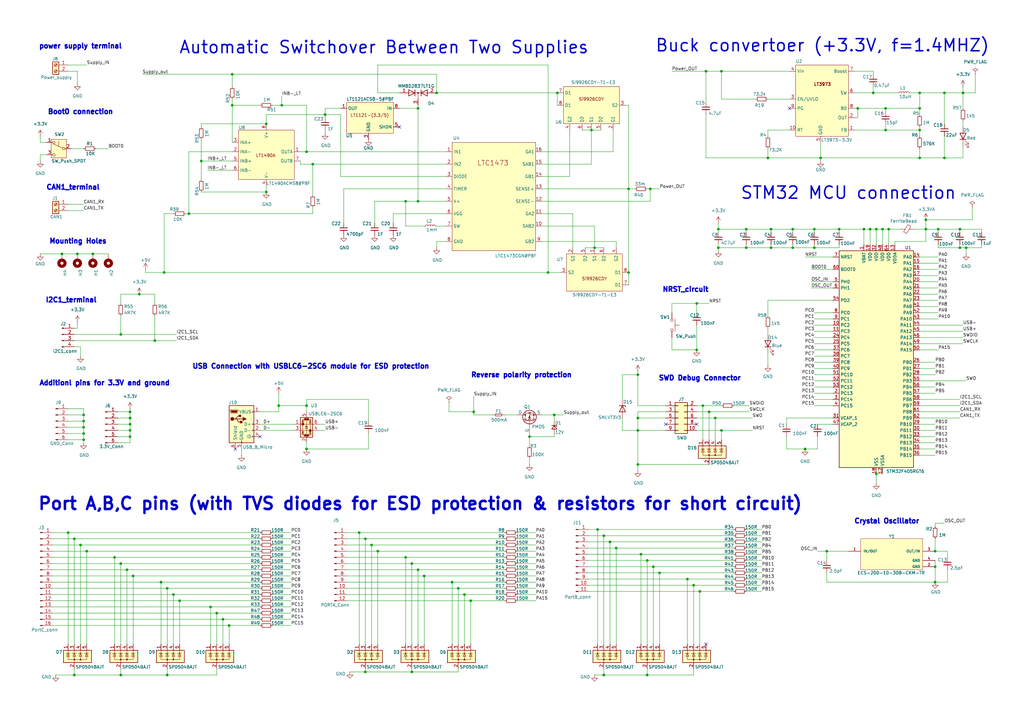
<source format=kicad_sch>
(kicad_sch (version 20231120) (generator "eeschema") (generator_version "8.0")
  (paper "A3")
  (title_block (title "Stm32_MCU_USB") (date "2024-07-01") (rev "1.0") (company "Soliman"))
  (junction (at 171.45 82.55))
  (junction (at 38.1 104.14))
  (junction (at 358.14 38.1))
  (junction (at 95.25 43.18))
  (junction (at 261.62 190.5))
  (junction (at 125.73 62.23))
  (junction (at 152.4 223.52))
  (junction (at 265.43 229.87))
  (junction (at 306.07 101.6))
  (junction (at 379.73 90.17))
  (junction (at 53.34 168.91))
  (junction (at 363.22 44.45))
  (junction (at 363.22 53.34))
  (junction (at 306.07 93.98))
  (junction (at 290.83 168.91))
  (junction (at 34.29 172.72))
  (junction (at 257.81 111.76))
  (junction (at 171.45 233.68))
  (junction (at 109.22 50.8))
  (junction (at 57.15 120.65))
  (junction (at 364.49 93.98))
  (junction (at 252.73 224.79))
  (junction (at 193.04 246.38))
  (junction (at 34.29 180.34))
  (junction (at 34.29 175.26))
  (junction (at 46.99 228.6))
  (junction (at 27.94 218.44))
  (junction (at 149.86 220.98))
  (junction (at 34.29 177.8))
  (junction (at 339.09 226.06))
  (junction (at 35.56 226.06))
  (junction (at 31.75 104.14))
  (junction (at 387.35 64.77))
  (junction (at 109.22 78.74))
  (junction (at 217.17 179.07))
  (junction (at 66.04 238.76))
  (junction (at 33.02 223.52))
  (junction (at 393.7 93.98))
  (junction (at 49.53 276.86))
  (junction (at 384.81 93.98))
  (junction (at 383.54 238.76))
  (junction (at 247.65 276.86))
  (junction (at 383.54 226.06))
  (junction (at 49.53 231.14))
  (junction (at 49.53 137.16))
  (junction (at 261.62 176.53))
  (junction (at 128.27 67.31))
  (junction (at 336.55 64.77))
  (junction (at 68.58 276.86))
  (junction (at 316.23 101.6))
  (junction (at 261.62 171.45))
  (junction (at 325.12 101.6))
  (junction (at 54.61 236.22))
  (junction (at 294.64 93.98))
  (junction (at 354.33 93.98))
  (junction (at 95.25 30.48))
  (junction (at 149.86 275.59))
  (junction (at 168.91 275.59))
  (junction (at 53.34 176.53))
  (junction (at 86.36 248.92))
  (junction (at 261.62 153.67))
  (junction (at 379.73 93.98))
  (junction (at 393.7 101.6))
  (junction (at 30.48 220.98))
  (junction (at 289.56 29.21))
  (junction (at 294.64 101.6))
  (junction (at 361.95 93.98))
  (junction (at 53.34 171.45))
  (junction (at 359.41 93.98))
  (junction (at 93.98 256.54))
  (junction (at 287.02 242.57))
  (junction (at 262.89 227.33))
  (junction (at 133.35 46.99))
  (junction (at 377.19 38.1))
  (junction (at 285.75 143.51))
  (junction (at 330.2 184.15))
  (junction (at 67.31 111.76))
  (junction (at 185.42 238.76))
  (junction (at 166.37 228.6))
  (junction (at 91.44 254))
  (junction (at 82.55 66.04))
  (junction (at 245.11 217.17))
  (junction (at 173.99 236.22))
  (junction (at 166.37 82.55))
  (junction (at 334.01 101.6))
  (junction (at 351.79 44.45))
  (junction (at 387.35 38.1))
  (junction (at 293.37 171.45))
  (junction (at 257.81 77.47))
  (junction (at 71.12 243.84))
  (junction (at 314.96 64.77))
  (junction (at 247.65 219.71))
  (junction (at 154.94 226.06))
  (junction (at 125.73 184.15))
  (junction (at 265.43 276.86))
  (junction (at 377.19 64.77))
  (junction (at 242.57 53.34))
  (junction (at 34.29 170.18))
  (junction (at 377.19 53.34))
  (junction (at 377.19 44.45))
  (junction (at 125.73 166.37))
  (junction (at 68.58 241.3))
  (junction (at 227.33 170.18))
  (junction (at 25.4 104.14))
  (junction (at 53.34 173.99))
  (junction (at 316.23 93.98))
  (junction (at 73.66 246.38))
  (junction (at 194.31 168.91))
  (junction (at 394.97 38.1))
  (junction (at 187.96 241.3))
  (junction (at 114.3 166.37))
  (junction (at 334.01 93.98))
  (junction (at 267.97 232.41))
  (junction (at 396.24 101.6))
  (junction (at 295.91 29.21))
  (junction (at 325.12 93.98))
  (junction (at 52.07 233.68))
  (junction (at 30.48 276.86))
  (junction (at 168.91 231.14))
  (junction (at 295.91 176.53))
  (junction (at 224.79 111.76))
  (junction (at 171.45 44.45))
  (junction (at 243.84 101.6))
  (junction (at 190.5 243.84))
  (junction (at 270.51 234.95))
  (junction (at 285.75 124.46))
  (junction (at 53.34 179.07))
  (junction (at 179.07 38.1))
  (junction (at 88.9 251.46))
  (junction (at 359.41 194.31))
  (junction (at 281.94 237.49))
  (junction (at 356.87 93.98))
  (junction (at 77.47 87.63))
  (junction (at 284.48 240.03))
  (junction (at 288.29 166.37))
  (junction (at 228.6 38.1))
  (junction (at 266.7 77.47))
  (junction (at 115.57 43.18))
  (junction (at 383.54 232.41))
  (junction (at 147.32 218.44))
  (junction (at 63.5 139.7))
  (junction (at 344.17 93.98))
  (junction (at 250.19 222.25))
  (no_connect (at 285.75 173.99))
  (no_connect (at 96.52 184.15))
  (no_connect (at 323.85 44.45))
  (no_connect (at 163.83 52.07))
  (no_connect (at 273.05 173.99))
  (no_connect (at 289.56 264.16))
  (no_connect (at 106.68 179.07))
  (wire (pts (xy 379.73 90.17) (xy 379.73 93.98)))
  (wire (pts (xy 31.75 104.14) (xy 25.4 104.14)))
  (wire (pts (xy 383.54 232.41) (xy 383.54 238.76)))
  (wire (pts (xy 227.33 170.18) (xy 231.14 170.18)))
  (wire (pts (xy 358.14 35.56) (xy 358.14 38.1)))
  (wire (pts (xy 212.09 226.06) (xy 219.71 226.06)))
  (wire (pts (xy 19.05 58.42) (xy 16.51 58.42)))
  (wire (pts (xy 187.96 275.59) (xy 187.96 274.32)))
  (wire (pts (xy 147.32 218.44) (xy 147.32 264.16)))
  (wire (pts (xy 95.25 30.48) (xy 95.25 35.56)))
  (wire (pts (xy 133.35 53.34) (xy 133.35 54.61)))
  (wire (pts (xy 123.19 62.23) (xy 125.73 62.23)))
  (wire (pts (xy 251.46 53.34) (xy 251.46 62.23)))
  (wire (pts (xy 306.07 101.6) (xy 316.23 101.6)))
  (wire (pts (xy 114.3 166.37) (xy 114.3 168.91)))
  (wire (pts (xy 166.37 92.71) (xy 173.99 92.71)))
  (wire (pts (xy 394.97 49.53) (xy 394.97 52.07)))
  (wire (pts (xy 267.97 232.41) (xy 267.97 264.16)))
  (wire (pts (xy 63.5 120.65) (xy 57.15 120.65)))
  (wire (pts (xy 257.81 77.47) (xy 260.35 77.47)))
  (wire (pts (xy 339.09 226.06) (xy 347.98 226.06)))
  (wire (pts (xy 53.34 176.53) (xy 53.34 173.99)))
  (wire (pts (xy 142.24 238.76) (xy 185.42 238.76)))
  (wire (pts (xy 173.99 236.22) (xy 207.01 236.22)))
  (wire (pts (xy 363.22 44.45) (xy 351.79 44.45)))
  (wire (pts (xy 306.07 95.25) (xy 306.07 93.98)))
  (wire (pts (xy 394.97 35.56) (xy 394.97 38.1)))
  (wire (pts (xy 46.99 228.6) (xy 106.68 228.6)))
  (wire (pts (xy 306.07 93.98) (xy 316.23 93.98)))
  (wire (pts (xy 295.91 166.37) (xy 288.29 166.37)))
  (wire (pts (xy 325.12 95.25) (xy 325.12 93.98)))
  (wire (pts (xy 149.86 220.98) (xy 207.01 220.98)))
  (wire (pts (xy 387.35 55.88) (xy 387.35 64.77)))
  (wire (pts (xy 358.14 29.21) (xy 350.52 29.21)))
  (wire (pts (xy 295.91 40.64) (xy 295.91 29.21)))
  (wire (pts (xy 394.97 64.77) (xy 387.35 64.77)))
  (wire (pts (xy 312.42 237.49) (xy 306.07 237.49)))
  (wire (pts (xy 34.29 175.26) (xy 34.29 177.8)))
  (wire (pts (xy 402.59 93.98) (xy 393.7 93.98)))
  (wire (pts (xy 53.34 168.91) (xy 53.34 167.64)))
  (wire (pts (xy 111.76 241.3) (xy 119.38 241.3)))
  (wire (pts (xy 312.42 217.17) (xy 306.07 217.17)))
  (wire (pts (xy 22.86 276.86) (xy 30.48 276.86)))
  (wire (pts (xy 171.45 44.45) (xy 171.45 43.18)))
  (wire (pts (xy 363.22 53.34) (xy 350.52 53.34)))
  (wire (pts (xy 384.81 128.27) (xy 377.19 128.27)))
  (wire (pts (xy 53.34 179.07) (xy 53.34 176.53)))
  (wire (pts (xy 373.38 38.1) (xy 377.19 38.1)))
  (wire (pts (xy 16.51 58.42) (xy 16.51 55.88)))
  (wire (pts (xy 398.78 90.17) (xy 379.73 90.17)))
  (wire (pts (xy 149.86 220.98) (xy 149.86 264.16)))
  (wire (pts (xy 49.53 231.14) (xy 106.68 231.14)))
  (wire (pts (xy 190.5 243.84) (xy 207.01 243.84)))
  (wire (pts (xy 49.53 124.46) (xy 49.53 120.65)))
  (wire (pts (xy 227.33 170.18) (xy 227.33 172.72)))
  (wire (pts (xy 73.66 246.38) (xy 106.68 246.38)))
  (wire (pts (xy 142.24 231.14) (xy 168.91 231.14)))
  (wire (pts (xy 194.31 162.56) (xy 194.31 168.91)))
  (wire (pts (xy 358.14 38.1) (xy 368.3 38.1)))
  (wire (pts (xy 325.12 101.6) (xy 334.01 101.6)))
  (wire (pts (xy 111.76 43.18) (xy 115.57 43.18)))
  (wire (pts (xy 359.41 93.98) (xy 356.87 93.98)))
  (wire (pts (xy 111.76 231.14) (xy 119.38 231.14)))
  (wire (pts (xy 388.62 233.68) (xy 388.62 238.76)))
  (wire (pts (xy 359.41 194.31) (xy 361.95 194.31)))
  (wire (pts (xy 166.37 228.6) (xy 166.37 264.16)))
  (wire (pts (xy 257.81 43.18) (xy 256.54 43.18)))
  (wire (pts (xy 33.02 146.05) (xy 33.02 142.24)))
  (wire (pts (xy 63.5 124.46) (xy 63.5 120.65)))
  (wire (pts (xy 111.76 236.22) (xy 119.38 236.22)))
  (wire (pts (xy 247.65 219.71) (xy 300.99 219.71)))
  (wire (pts (xy 398.78 85.09) (xy 398.78 90.17)))
  (wire (pts (xy 168.91 231.14) (xy 207.01 231.14)))
  (wire (pts (xy 114.3 168.91) (xy 106.68 168.91)))
  (wire (pts (xy 384.81 113.03) (xy 377.19 113.03)))
  (wire (pts (xy 358.14 30.48) (xy 358.14 29.21)))
  (wire (pts (xy 383.54 179.07) (xy 377.19 179.07)))
  (wire (pts (xy 383.54 184.15) (xy 377.19 184.15)))
  (wire (pts (xy 334.01 95.25) (xy 334.01 93.98)))
  (wire (pts (xy 261.62 190.5) (xy 290.83 190.5)))
  (wire (pts (xy 59.69 110.49) (xy 59.69 111.76)))
  (wire (pts (xy 71.12 87.63) (xy 67.31 87.63)))
  (wire (pts (xy 77.47 62.23) (xy 77.47 87.63)))
  (wire (pts (xy 377.19 52.07) (xy 377.19 53.34)))
  (wire (pts (xy 384.81 105.41) (xy 377.19 105.41)))
  (wire (pts (xy 48.26 168.91) (xy 53.34 168.91)))
  (wire (pts (xy 193.04 246.38) (xy 193.04 264.16)))
  (wire (pts (xy 334.01 158.75) (xy 341.63 158.75)))
  (wire (pts (xy 224.79 111.76) (xy 67.31 111.76)))
  (wire (pts (xy 361.95 93.98) (xy 359.41 93.98)))
  (wire (pts (xy 93.98 256.54) (xy 106.68 256.54)))
  (wire (pts (xy 106.68 176.53) (xy 120.65 176.53)))
  (wire (pts (xy 140.97 77.47) (xy 140.97 91.44)))
  (wire (pts (xy 241.3 234.95) (xy 270.51 234.95)))
  (wire (pts (xy 30.48 276.86) (xy 49.53 276.86)))
  (wire (pts (xy 325.12 101.6) (xy 325.12 100.33)))
  (wire (pts (xy 252.73 224.79) (xy 300.99 224.79)))
  (wire (pts (xy 54.61 236.22) (xy 106.68 236.22)))
  (wire (pts (xy 153.67 82.55) (xy 166.37 82.55)))
  (wire (pts (xy 139.7 72.39) (xy 182.88 72.39)))
  (wire (pts (xy 334.01 93.98) (xy 344.17 93.98)))
  (wire (pts (xy 133.35 176.53) (xy 130.81 176.53)))
  (wire (pts (xy 316.23 101.6) (xy 325.12 101.6)))
  (wire (pts (xy 396.24 104.14) (xy 396.24 101.6)))
  (wire (pts (xy 350.52 48.26) (xy 351.79 48.26)))
  (wire (pts (xy 275.59 29.21) (xy 289.56 29.21)))
  (wire (pts (xy 294.64 101.6) (xy 306.07 101.6)))
  (wire (pts (xy 273.05 166.37) (xy 261.62 166.37)))
  (wire (pts (xy 312.42 229.87) (xy 306.07 229.87)))
  (wire (pts (xy 21.59 228.6) (xy 46.99 228.6)))
  (wire (pts (xy 21.59 256.54) (xy 93.98 256.54)))
  (wire (pts (xy 52.07 233.68) (xy 52.07 264.16)))
  (wire (pts (xy 114.3 161.29) (xy 114.3 166.37)))
  (wire (pts (xy 295.91 176.53) (xy 295.91 180.34)))
  (wire (pts (xy 393.7 168.91) (xy 377.19 168.91)))
  (wire (pts (xy 334.01 153.67) (xy 341.63 153.67)))
  (wire (pts (xy 294.64 101.6) (xy 294.64 100.33)))
  (wire (pts (xy 27.94 177.8) (xy 34.29 177.8)))
  (wire (pts (xy 285.75 124.46) (xy 290.83 124.46)))
  (wire (pts (xy 250.19 222.25) (xy 250.19 264.16)))
  (wire (pts (xy 151.13 172.72) (xy 151.13 163.83)))
  (wire (pts (xy 147.32 218.44) (xy 207.01 218.44)))
  (wire (pts (xy 224.79 26.67) (xy 224.79 111.76)))
  (wire (pts (xy 34.29 180.34) (xy 34.29 181.61)))
  (wire (pts (xy 257.81 111.76) (xy 257.81 116.84)))
  (wire (pts (xy 77.47 87.63) (xy 76.2 87.63)))
  (wire (pts (xy 30.48 274.32) (xy 30.48 276.86)))
  (wire (pts (xy 123.19 67.31) (xy 123.19 66.04)))
  (wire (pts (xy 384.81 107.95) (xy 377.19 107.95)))
  (wire (pts (xy 290.83 168.91) (xy 307.34 168.91)))
  (wire (pts (xy 21.59 241.3) (xy 68.58 241.3)))
  (wire (pts (xy 387.35 38.1) (xy 394.97 38.1)))
  (wire (pts (xy 265.43 276.86) (xy 265.43 274.32)))
  (wire (pts (xy 255.27 176.53) (xy 261.62 176.53)))
  (wire (pts (xy 285.75 176.53) (xy 295.91 176.53)))
  (wire (pts (xy 238.76 53.34) (xy 242.57 53.34)))
  (wire (pts (xy 44.45 104.14) (xy 38.1 104.14)))
  (wire (pts (xy 266.7 77.47) (xy 270.51 77.47)))
  (wire (pts (xy 384.81 101.6) (xy 384.81 100.33)))
  (wire (pts (xy 82.55 78.74) (xy 109.22 78.74)))
  (wire (pts (xy 91.44 254) (xy 91.44 264.16)))
  (wire (pts (xy 68.58 241.3) (xy 68.58 264.16)))
  (wire (pts (xy 334.01 135.89) (xy 341.63 135.89)))
  (wire (pts (xy 31.75 134.62) (xy 30.48 134.62)))
  (wire (pts (xy 66.04 238.76) (xy 66.04 264.16)))
  (wire (pts (xy 294.64 102.87) (xy 294.64 101.6)))
  (wire (pts (xy 53.34 171.45) (xy 53.34 168.91)))
  (wire (pts (xy 63.5 139.7) (xy 30.48 139.7)))
  (wire (pts (xy 284.48 240.03) (xy 300.99 240.03)))
  (wire (pts (xy 402.59 101.6) (xy 396.24 101.6)))
  (wire (pts (xy 394.97 59.69) (xy 394.97 64.77)))
  (wire (pts (xy 363.22 45.72) (xy 363.22 44.45)))
  (wire (pts (xy 334.01 163.83) (xy 341.63 163.83)))
  (wire (pts (xy 86.36 248.92) (xy 106.68 248.92)))
  (wire (pts (xy 49.53 276.86) (xy 68.58 276.86)))
  (wire (pts (xy 95.25 62.23) (xy 77.47 62.23)))
  (wire (pts (xy 222.25 67.31) (xy 242.57 67.31)))
  (wire (pts (xy 224.79 111.76) (xy 229.87 111.76)))
  (wire (pts (xy 332.74 115.57) (xy 341.63 115.57)))
  (wire (pts (xy 194.31 168.91) (xy 194.31 170.18)))
  (wire (pts (xy 284.48 240.03) (xy 284.48 264.16)))
  (wire (pts (xy 284.48 274.32) (xy 284.48 276.86)))
  (wire (pts (xy 111.76 238.76) (xy 119.38 238.76)))
  (wire (pts (xy 27.94 172.72) (xy 34.29 172.72)))
  (wire (pts (xy 334.01 166.37) (xy 341.63 166.37)))
  (wire (pts (xy 114.3 166.37) (xy 125.73 166.37)))
  (wire (pts (xy 166.37 82.55) (xy 171.45 82.55)))
  (wire (pts (xy 339.09 234.95) (xy 339.09 238.76)))
  (wire (pts (xy 212.09 246.38) (xy 219.71 246.38)))
  (wire (pts (xy 179.07 101.6) (xy 179.07 99.06)))
  (wire (pts (xy 179.07 38.1) (xy 228.6 38.1)))
  (wire (pts (xy 111.76 226.06) (xy 119.38 226.06)))
  (wire (pts (xy 289.56 29.21) (xy 289.56 41.91)))
  (wire (pts (xy 252.73 224.79) (xy 252.73 264.16)))
  (wire (pts (xy 125.73 166.37) (xy 125.73 168.91)))
  (wire (pts (xy 68.58 274.32) (xy 68.58 276.86)))
  (wire (pts (xy 307.34 166.37) (xy 300.99 166.37)))
  (wire (pts (xy 154.94 38.1) (xy 154.94 26.67)))
  (wire (pts (xy 154.94 26.67) (xy 224.79 26.67)))
  (wire (pts (xy 294.64 95.25) (xy 294.64 93.98)))
  (wire (pts (xy 149.86 275.59) (xy 168.91 275.59)))
  (wire (pts (xy 334.01 138.43) (xy 341.63 138.43)))
  (wire (pts (xy 179.07 38.1) (xy 179.07 30.48)))
  (wire (pts (xy 212.09 236.22) (xy 219.71 236.22)))
  (wire (pts (xy 287.02 242.57) (xy 287.02 264.16)))
  (wire (pts (xy 111.76 233.68) (xy 119.38 233.68)))
  (wire (pts (xy 316.23 101.6) (xy 316.23 100.33)))
  (wire (pts (xy 334.01 140.97) (xy 341.63 140.97)))
  (wire (pts (xy 234.95 87.63) (xy 222.25 87.63)))
  (wire (pts (xy 394.97 133.35) (xy 377.19 133.35)))
  (wire (pts (xy 119.38 243.84) (xy 111.76 243.84)))
  (wire (pts (xy 95.25 43.18) (xy 106.68 43.18)))
  (wire (pts (xy 241.3 227.33) (xy 262.89 227.33)))
  (wire (pts (xy 359.41 194.31) (xy 359.41 198.12)))
  (wire (pts (xy 142.24 243.84) (xy 190.5 243.84)))
  (wire (pts (xy 58.42 30.48) (xy 95.25 30.48)))
  (wire (pts (xy 330.2 105.41) (xy 341.63 105.41)))
  (wire (pts (xy 149.86 274.32) (xy 149.86 275.59)))
  (wire (pts (xy 336.55 64.77) (xy 314.96 64.77)))
  (wire (pts (xy 241.3 242.57) (xy 287.02 242.57)))
  (wire (pts (xy 234.95 101.6) (xy 234.95 87.63)))
  (wire (pts (xy 247.65 274.32) (xy 247.65 276.86)))
  (wire (pts (xy 285.75 168.91) (xy 290.83 168.91)))
  (wire (pts (xy 330.2 184.15) (xy 322.58 184.15)))
  (wire (pts (xy 21.59 246.38) (xy 73.66 246.38)))
  (wire (pts (xy 288.29 166.37) (xy 285.75 166.37)))
  (wire (pts (xy 194.31 170.18) (xy 201.93 170.18)))
  (wire (pts (xy 48.26 179.07) (xy 53.34 179.07)))
  (wire (pts (xy 281.94 237.49) (xy 300.99 237.49)))
  (wire (pts (xy 207.01 170.18) (xy 212.09 170.18)))
  (wire (pts (xy 270.51 234.95) (xy 270.51 264.16)))
  (wire (pts (xy 154.94 226.06) (xy 154.94 264.16)))
  (wire (pts (xy 49.53 129.54) (xy 49.53 137.16)))
  (wire (pts (xy 384.81 95.25) (xy 384.81 93.98)))
  (wire (pts (xy 27.94 29.21) (xy 31.75 29.21)))
  (wire (pts (xy 21.59 236.22) (xy 54.61 236.22)))
  (wire (pts (xy 128.27 67.31) (xy 182.88 67.31)))
  (wire (pts (xy 86.36 248.92) (xy 86.36 264.16)))
  (wire (pts (xy 151.13 163.83) (xy 125.73 163.83)))
  (wire (pts (xy 179.07 99.06) (xy 182.88 99.06)))
  (wire (pts (xy 334.01 133.35) (xy 341.63 133.35)))
  (wire (pts (xy 359.41 93.98) (xy 359.41 100.33)))
  (wire (pts (xy 91.44 254) (xy 106.68 254)))
  (wire (pts (xy 222.25 77.47) (xy 257.81 77.47)))
  (wire (pts (xy 314.96 134.62) (xy 314.96 137.16)))
  (wire (pts (xy 396.24 156.21) (xy 377.19 156.21)))
  (wire (pts (xy 312.42 219.71) (xy 306.07 219.71)))
  (wire (pts (xy 402.59 95.25) (xy 402.59 93.98)))
  (wire (pts (xy 383.54 186.69) (xy 377.19 186.69)))
  (wire (pts (xy 393.7 101.6) (xy 396.24 101.6)))
  (wire (pts (xy 168.91 274.32) (xy 168.91 275.59)))
  (wire (pts (xy 163.83 44.45) (xy 171.45 44.45)))
  (wire (pts (xy 270.51 234.95) (xy 300.99 234.95)))
  (wire (pts (xy 312.42 222.25) (xy 306.07 222.25)))
  (wire (pts (xy 222.25 82.55) (xy 266.7 82.55)))
  (wire (pts (xy 384.81 143.51) (xy 377.19 143.51)))
  (wire (pts (xy 334.01 156.21) (xy 341.63 156.21)))
  (wire (pts (xy 72.39 139.7) (xy 63.5 139.7)))
  (wire (pts (xy 212.09 238.76) (xy 219.71 238.76)))
  (wire (pts (xy 66.04 238.76) (xy 106.68 238.76)))
  (wire (pts (xy 139.7 46.99) (xy 133.35 46.99)))
  (wire (pts (xy 153.67 91.44) (xy 153.67 82.55)))
  (wire (pts (xy 255.27 153.67) (xy 261.62 153.67)))
  (wire (pts (xy 261.62 171.45) (xy 261.62 176.53)))
  (wire (pts (xy 109.22 50.8) (xy 109.22 46.99)))
  (wire (pts (xy 21.59 231.14) (xy 49.53 231.14)))
  (wire (pts (xy 31.75 132.08) (xy 31.75 134.62)))
  (wire (pts (xy 151.13 177.8) (xy 151.13 184.15)))
  (wire (pts (xy 334.01 101.6) (xy 344.17 101.6)))
  (wire (pts (xy 309.88 40.64) (xy 295.91 40.64)))
  (wire (pts (xy 33.02 223.52) (xy 33.02 264.16)))
  (wire (pts (xy 139.7 72.39) (xy 139.7 46.99)))
  (wire (pts (xy 111.76 256.54) (xy 119.38 256.54)))
  (wire (pts (xy 383.54 214.63) (xy 383.54 215.9)))
  (wire (pts (xy 255.27 163.83) (xy 255.27 153.67)))
  (wire (pts (xy 284.48 276.86) (xy 265.43 276.86)))
  (wire (pts (xy 212.09 218.44) (xy 219.71 218.44)))
  (wire (pts (xy 88.9 276.86) (xy 88.9 274.32)))
  (wire (pts (xy 266.7 82.55) (xy 266.7 77.47)))
  (wire (pts (xy 383.54 181.61) (xy 377.19 181.61)))
  (wire (pts (xy 314.96 53.34) (xy 323.85 53.34)))
  (wire (pts (xy 351.79 48.26) (xy 351.79 44.45)))
  (wire (pts (xy 384.81 125.73) (xy 377.19 125.73)))
  (wire (pts (xy 354.33 93.98) (xy 344.17 93.98)))
  (wire (pts (xy 330.2 184.15) (xy 335.28 184.15)))
  (wire (pts (xy 316.23 95.25) (xy 316.23 93.98)))
  (wire (pts (xy 142.24 226.06) (xy 154.94 226.06)))
  (wire (pts (xy 185.42 238.76) (xy 185.42 264.16)))
  (wire (pts (xy 49.53 120.65) (xy 57.15 120.65)))
  (wire (pts (xy 364.49 93.98) (xy 361.95 93.98)))
  (wire (pts (xy 161.29 87.63) (xy 182.88 87.63)))
  (wire (pts (xy 52.07 233.68) (xy 106.68 233.68)))
  (wire (pts (xy 312.42 240.03) (xy 306.07 240.03)))
  (wire (pts (xy 125.73 184.15) (xy 125.73 181.61)))
  (wire (pts (xy 16.51 63.5) (xy 16.51 66.04)))
  (wire (pts (xy 187.96 241.3) (xy 207.01 241.3)))
  (wire (pts (xy 384.81 123.19) (xy 377.19 123.19)))
  (wire (pts (xy 358.14 38.1) (xy 350.52 38.1)))
  (wire (pts (xy 384.81 115.57) (xy 377.19 115.57)))
  (wire (pts (xy 247.65 219.71) (xy 247.65 264.16)))
  (wire (pts (xy 48.26 181.61) (xy 53.34 181.61)))
  (wire (pts (xy 388.62 238.76) (xy 383.54 238.76)))
  (wire (pts (xy 111.76 223.52) (xy 119.38 223.52)))
  (wire (pts (xy 152.4 223.52) (xy 152.4 264.16)))
  (wire (pts (xy 38.1 104.14) (xy 31.75 104.14)))
  (wire (pts (xy 332.74 118.11) (xy 341.63 118.11)))
  (wire (pts (xy 21.59 223.52) (xy 33.02 223.52)))
  (wire (pts (xy 109.22 46.99) (xy 133.35 46.99)))
  (wire (pts (xy 394.97 138.43) (xy 377.19 138.43)))
  (wire (pts (xy 265.43 229.87) (xy 300.99 229.87)))
  (wire (pts (xy 377.19 38.1) (xy 387.35 38.1)))
  (wire (pts (xy 93.98 256.54) (xy 93.98 264.16)))
  (wire (pts (xy 261.62 190.5) (xy 261.62 193.04)))
  (wire (pts (xy 334.01 130.81) (xy 341.63 130.81)))
  (wire (pts (xy 63.5 129.54) (xy 63.5 139.7)))
  (wire (pts (xy 35.56 226.06) (xy 35.56 264.16)))
  (wire (pts (xy 27.94 180.34) (xy 34.29 180.34)))
  (wire (pts (xy 314.96 40.64) (xy 323.85 40.64)))
  (wire (pts (xy 332.74 110.49) (xy 341.63 110.49)))
  (wire (pts (xy 21.59 220.98) (xy 30.48 220.98)))
  (wire (pts (xy 242.57 53.34) (xy 246.38 53.34)))
  (wire (pts (xy 233.68 53.34) (xy 233.68 72.39)))
  (wire (pts (xy 227.33 179.07) (xy 227.33 177.8)))
  (wire (pts (xy 142.24 236.22) (xy 173.99 236.22)))
  (wire (pts (xy 377.19 161.29) (xy 383.54 161.29)))
  (wire (pts (xy 30.48 220.98) (xy 106.68 220.98)))
  (wire (pts (xy 73.66 246.38) (xy 73.66 264.16)))
  (wire (pts (xy 377.19 163.83) (xy 393.7 163.83)))
  (wire (pts (xy 314.96 123.19) (xy 341.63 123.19)))
  (wire (pts (xy 252.73 101.6) (xy 252.73 99.06)))
  (wire (pts (xy 393.7 95.25) (xy 393.7 93.98)))
  (wire (pts (xy 336.55 66.04) (xy 336.55 64.77)))
  (wire (pts (xy 377.19 60.96) (xy 377.19 64.77)))
  (wire (pts (xy 171.45 233.68) (xy 171.45 264.16)))
  (wire (pts (xy 241.3 237.49) (xy 281.94 237.49)))
  (wire (pts (xy 34.29 172.72) (xy 34.29 175.26)))
  (wire (pts (xy 85.09 69.85) (xy 95.25 69.85)))
  (wire (pts (xy 387.35 38.1) (xy 387.35 50.8)))
  (wire (pts (xy 387.35 64.77) (xy 377.19 64.77)))
  (wire (pts (xy 275.59 124.46) (xy 285.75 124.46)))
  (wire (pts (xy 367.03 99.06) (xy 379.73 99.06)))
  (wire (pts (xy 306.07 101.6) (xy 306.07 100.33)))
  (wire (pts (xy 33.02 223.52) (xy 106.68 223.52)))
  (wire (pts (xy 72.39 137.16) (xy 49.53 137.16)))
  (wire (pts (xy 212.09 228.6) (xy 219.71 228.6)))
  (wire (pts (xy 384.81 120.65) (xy 377.19 120.65)))
  (wire (pts (xy 344.17 95.25) (xy 344.17 93.98)))
  (wire (pts (xy 275.59 128.27) (xy 275.59 124.46)))
  (wire (pts (xy 212.09 231.14) (xy 219.71 231.14)))
  (wire (pts (xy 212.09 220.98) (xy 219.71 220.98)))
  (wire (pts (xy 27.94 26.67) (xy 35.56 26.67)))
  (wire (pts (xy 111.76 246.38) (xy 119.38 246.38)))
  (wire (pts (xy 402.59 101.6) (xy 402.59 100.33)))
  (wire (pts (xy 222.25 92.71) (xy 243.84 92.71)))
  (wire (pts (xy 133.35 44.45) (xy 133.35 46.99)))
  (wire (pts (xy 99.06 184.15) (xy 99.06 186.69)))
  (wire (pts (xy 363.22 44.45) (xy 377.19 44.45)))
  (wire (pts (xy 363.22 53.34) (xy 377.19 53.34)))
  (wire (pts (xy 295.91 176.53) (xy 308.61 176.53)))
  (wire (pts (xy 393.7 171.45) (xy 377.19 171.45)))
  (wire (pts (xy 123.19 67.31) (xy 128.27 67.31)))
  (wire (pts (xy 400.05 38.1) (xy 394.97 38.1)))
  (wire (pts (xy 334.01 101.6) (xy 334.01 100.33)))
  (wire (pts (xy 247.65 276.86) (xy 265.43 276.86)))
  (wire (pts (xy 154.94 226.06) (xy 207.01 226.06)))
  (wire (pts (xy 388.62 228.6) (xy 388.62 226.06)))
  (wire (pts (xy 39.37 60.96) (xy 44.45 60.96)))
  (wire (pts (xy 212.09 233.68) (xy 219.71 233.68)))
  (wire (pts (xy 168.91 275.59) (xy 187.96 275.59)))
  (wire (pts (xy 48.26 171.45) (xy 53.34 171.45)))
  (wire (pts (xy 335.28 226.06) (xy 339.09 226.06)))
  (wire (pts (xy 53.34 181.61) (xy 53.34 179.07)))
  (wire (pts (xy 356.87 93.98) (xy 354.33 93.98)))
  (wire (pts (xy 377.19 44.45) (xy 377.19 46.99)))
  (wire (pts (xy 322.58 173.99) (xy 322.58 171.45)))
  (wire (pts (xy 25.4 104.14) (xy 16.51 104.14)))
  (wire (pts (xy 241.3 219.71) (xy 247.65 219.71)))
  (wire (pts (xy 241.3 217.17) (xy 245.11 217.17)))
  (wire (pts (xy 285.75 124.46) (xy 285.75 128.27)))
  (wire (pts (xy 187.96 241.3) (xy 187.96 264.16)))
  (wire (pts (xy 243.84 276.86) (xy 247.65 276.86)))
  (wire (pts (xy 245.11 217.17) (xy 245.11 264.16)))
  (wire (pts (xy 82.55 57.15) (xy 82.55 66.04)))
  (wire (pts (xy 243.84 101.6) (xy 247.65 101.6)))
  (wire (pts (xy 281.94 237.49) (xy 281.94 264.16)))
  (wire (pts (xy 241.3 224.79) (xy 252.73 224.79)))
  (wire (pts (xy 142.24 233.68) (xy 171.45 233.68)))
  (wire (pts (xy 217.17 179.07) (xy 227.33 179.07)))
  (wire (pts (xy 250.19 222.25) (xy 300.99 222.25)))
  (wire (pts (xy 261.62 168.91) (xy 261.62 171.45)))
  (wire (pts (xy 356.87 93.98) (xy 356.87 100.33)))
  (wire (pts (xy 295.91 29.21) (xy 323.85 29.21)))
  (wire (pts (xy 262.89 227.33) (xy 262.89 264.16)))
  (wire (pts (xy 222.25 62.23) (xy 251.46 62.23)))
  (wire (pts (xy 400.05 30.48) (xy 400.05 38.1)))
  (wire (pts (xy 27.94 170.18) (xy 34.29 170.18)))
  (wire (pts (xy 111.76 220.98) (xy 119.38 220.98)))
  (wire (pts (xy 106.68 173.99) (xy 120.65 173.99)))
  (wire (pts (xy 265.43 229.87) (xy 265.43 264.16)))
  (wire (pts (xy 383.54 151.13) (xy 377.19 151.13)))
  (wire (pts (xy 142.24 220.98) (xy 149.86 220.98)))
  (wire (pts (xy 222.25 170.18) (xy 227.33 170.18)))
  (wire (pts (xy 49.53 274.32) (xy 49.53 276.86)))
  (wire (pts (xy 351.79 44.45) (xy 350.52 44.45)))
  (wire (pts (xy 344.17 101.6) (xy 344.17 100.33)))
  (wire (pts (xy 125.73 62.23) (xy 182.88 62.23)))
  (wire (pts (xy 289.56 29.21) (xy 295.91 29.21)))
  (wire (pts (xy 111.76 218.44) (xy 119.38 218.44)))
  (wire (pts (xy 354.33 93.98) (xy 354.33 100.33)))
  (wire (pts (xy 128.27 85.09) (xy 128.27 87.63)))
  (wire (pts (xy 34.29 167.64) (xy 34.29 170.18)))
  (wire (pts (xy 111.76 251.46) (xy 119.38 251.46)))
  (wire (pts (xy 306.07 224.79) (xy 312.42 224.79)))
  (wire (pts (xy 171.45 233.68) (xy 207.01 233.68)))
  (wire (pts (xy 287.02 242.57) (xy 300.99 242.57)))
  (wire (pts (xy 49.53 137.16) (xy 30.48 137.16)))
  (wire (pts (xy 49.53 231.14) (xy 49.53 264.16)))
  (wire (pts (xy 363.22 50.8) (xy 363.22 53.34)))
  (wire (pts (xy 82.55 66.04) (xy 95.25 66.04)))
  (wire (pts (xy 193.04 246.38) (xy 207.01 246.38)))
  (wire (pts (xy 383.54 229.87) (xy 383.54 232.41)))
  (wire (pts (xy 377.19 64.77) (xy 336.55 64.77)))
  (wire (pts (xy 312.42 234.95) (xy 306.07 234.95)))
  (wire (pts (xy 261.62 153.67) (xy 261.62 166.37)))
  (wire (pts (xy 115.57 39.37) (xy 115.57 43.18)))
  (wire (pts (xy 46.99 228.6) (xy 46.99 264.16)))
  (wire (pts (xy 374.65 93.98) (xy 379.73 93.98)))
  (wire (pts (xy 21.59 251.46) (xy 88.9 251.46)))
  (wire (pts (xy 82.55 52.07) (xy 82.55 50.8)))
  (wire (pts (xy 33.02 142.24) (xy 30.48 142.24)))
  (wire (pts (xy 241.3 229.87) (xy 265.43 229.87)))
  (wire (pts (xy 339.09 238.76) (xy 383.54 238.76)))
  (wire (pts (xy 306.07 227.33) (xy 312.42 227.33)))
  (wire (pts (xy 133.35 48.26) (xy 133.35 46.99)))
  (wire (pts (xy 142.24 218.44) (xy 147.32 218.44)))
  (wire (pts (xy 241.3 240.03) (xy 284.48 240.03)))
  (wire (pts (xy 245.11 217.17) (xy 300.99 217.17)))
  (wire (pts (xy 171.45 82.55) (xy 182.88 82.55)))
  (wire (pts (xy 383.54 173.99) (xy 377.19 173.99)))
  (wire (pts (xy 34.29 170.18) (xy 34.29 172.72)))
  (wire (pts (xy 334.01 143.51) (xy 341.63 143.51)))
  (wire (pts (xy 384.81 130.81) (xy 377.19 130.81)))
  (wire (pts (xy 314.96 55.88) (xy 314.96 53.34)))
  (wire (pts (xy 285.75 171.45) (xy 293.37 171.45)))
  (wire (pts (xy 185.42 238.76) (xy 207.01 238.76)))
  (wire (pts (xy 379.73 93.98) (xy 384.81 93.98)))
  (wire (pts (xy 379.73 99.06) (xy 379.73 93.98)))
  (wire (pts (xy 67.31 87.63) (xy 67.31 111.76)))
  (wire (pts (xy 383.54 220.98) (xy 383.54 226.06)))
  (wire (pts (xy 133.35 173.99) (xy 130.81 173.99)))
  (wire (pts (xy 217.17 182.88) (xy 217.17 179.07)))
  (wire (pts (xy 184.15 168.91) (xy 194.31 168.91)))
  (wire (pts (xy 261.62 152.4) (xy 261.62 153.67)))
  (wire (pts (xy 151.13 184.15) (xy 125.73 184.15)))
  (wire (pts (xy 314.96 123.19) (xy 314.96 129.54)))
  (wire (pts (xy 339.09 226.06) (xy 339.09 229.87)))
  (wire (pts (xy 394.97 38.1) (xy 394.97 44.45)))
  (wire (pts (xy 184.15 165.1) (xy 184.15 168.91)))
  (wire (pts (xy 173.99 236.22) (xy 173.99 264.16)))
  (wire (pts (xy 88.9 251.46) (xy 88.9 264.16)))
  (wire (pts (xy 262.89 227.33) (xy 300.99 227.33)))
  (wire (pts (xy 336.55 58.42) (xy 336.55 64.77)))
  (wire (pts (xy 179.07 92.71) (xy 182.88 92.71)))
  (wire (pts (xy 261.62 171.45) (xy 273.05 171.45)))
  (wire (pts (xy 212.09 223.52) (xy 219.71 223.52)))
  (wire (pts (xy 334.01 128.27) (xy 341.63 128.27)))
  (wire (pts (xy 290.83 168.91) (xy 290.83 180.34)))
  (wire (pts (xy 128.27 80.01) (xy 128.27 67.31)))
  (wire (pts (xy 95.25 43.18) (xy 95.25 40.64)))
  (wire (pts (xy 222.25 99.06) (xy 252.73 99.06)))
  (wire (pts (xy 384.81 101.6) (xy 393.7 101.6)))
  (wire (pts (xy 95.25 30.48) (xy 179.07 30.48)))
  (wire (pts (xy 240.03 101.6) (xy 243.84 101.6)))
  (wire (pts (xy 27.94 167.64) (xy 34.29 167.64)))
  (wire (pts (xy 334.01 146.05) (xy 341.63 146.05)))
  (wire (pts (xy 119.38 248.92) (xy 111.76 248.92)))
  (wire (pts (xy 54.61 236.22) (xy 54.61 264.16)))
  (wire (pts (xy 377.19 38.1) (xy 377.19 44.45)))
  (wire (pts (xy 242.57 67.31) (xy 242.57 53.34)))
  (wire (pts (xy 171.45 82.55) (xy 171.45 44.45)))
  (wire (pts (xy 334.01 148.59) (xy 341.63 148.59)))
  (wire (pts (xy 334.01 151.13) (xy 341.63 151.13)))
  (wire (pts (xy 312.42 232.41) (xy 306.07 232.41)))
  (wire (pts (xy 152.4 223.52) (xy 207.01 223.52)))
  (wire (pts (xy 21.59 233.68) (xy 52.07 233.68)))
  (wire (pts (xy 82.55 66.04) (xy 82.55 73.66)))
  (wire (pts (xy 125.73 163.83) (xy 125.73 166.37)))
  (wire (pts (xy 53.34 173.99) (xy 53.34 171.45)))
  (wire (pts (xy 21.59 254) (xy 91.44 254)))
  (wire (pts (xy 21.59 226.06) (xy 35.56 226.06)))
  (wire (pts (xy 109.22 78.74) (xy 109.22 76.2)))
  (wire (pts (xy 142.24 228.6) (xy 166.37 228.6)))
  (wire (pts (xy 322.58 184.15) (xy 322.58 179.07)))
  (wire (pts (xy 266.7 77.47) (xy 265.43 77.47)))
  (wire (pts (xy 314.96 60.96) (xy 314.96 64.77)))
  (wire (pts (xy 255.27 171.45) (xy 255.27 176.53)))
  (wire (pts (xy 383.54 148.59) (xy 377.19 148.59)))
  (wire (pts (xy 166.37 228.6) (xy 207.01 228.6)))
  (wire (pts (xy 335.28 173.99) (xy 341.63 173.99)))
  (wire (pts (xy 384.81 110.49) (xy 377.19 110.49)))
  (wire (pts (xy 29.21 60.96) (xy 34.29 60.96)))
  (wire (pts (xy 241.3 232.41) (xy 267.97 232.41)))
  (wire (pts (xy 115.57 43.18) (xy 125.73 43.18)))
  (wire (pts (xy 27.94 175.26) (xy 34.29 175.26)))
  (wire (pts (xy 257.81 77.47) (xy 257.81 111.76)))
  (wire (pts (xy 182.88 77.47) (xy 140.97 77.47)))
  (wire (pts (xy 293.37 171.45) (xy 308.61 171.45)))
  (wire (pts (xy 190.5 243.84) (xy 190.5 264.16)))
  (wire (pts (xy 68.58 276.86) (xy 88.9 276.86)))
  (wire (pts (xy 361.95 93.98) (xy 361.95 100.33)))
  (wire (pts (xy 294.64 91.44) (xy 294.64 93.98)))
  (wire (pts (xy 293.37 171.45) (xy 293.37 180.34)))
  (wire (pts (xy 367.03 99.06) (xy 367.03 100.33)))
  (wire (pts (xy 161.29 91.44) (xy 161.29 87.63)))
  (wire (pts (xy 163.83 38.1) (xy 154.94 38.1)))
  (wire (pts (xy 71.12 243.84) (xy 71.12 264.16)))
  (wire (pts (xy 334.01 161.29) (xy 341.63 161.29)))
  (wire (pts (xy 294.64 93.98) (xy 306.07 93.98)))
  (wire (pts (xy 289.56 64.77) (xy 314.96 64.77)))
  (wire (pts (xy 369.57 93.98) (xy 364.49 93.98)))
  (wire (pts (xy 289.56 64.77) (xy 289.56 46.99)))
  (wire (pts (xy 82.55 50.8) (xy 109.22 50.8)))
  (wire (pts (xy 393.7 101.6) (xy 393.7 100.33)))
  (wire (pts (xy 388.62 226.06) (xy 383.54 226.06)))
  (wire (pts (xy 166.37 92.71) (xy 166.37 82.55)))
  (wire (pts (xy 34.29 177.8) (xy 34.29 180.34)))
  (wire (pts (xy 377.19 53.34) (xy 377.19 55.88)))
  (wire (pts (xy 88.9 251.46) (xy 106.68 251.46)))
  (wire (pts (xy 275.59 138.43) (xy 275.59 143.51)))
  (wire (pts (xy 377.19 135.89) (xy 394.97 135.89)))
  (wire (pts (xy 267.97 232.41) (xy 300.99 232.41)))
  (wire (pts (xy 59.69 111.76) (xy 67.31 111.76)))
  (wire (pts (xy 228.6 38.1) (xy 228.6 43.18)))
  (wire (pts (xy 128.27 87.63) (xy 77.47 87.63)))
  (wire (pts (xy 125.73 43.18) (xy 125.73 62.23)))
  (wire (pts (xy 288.29 166.37) (xy 288.29 180.34)))
  (wire (pts (xy 261.62 176.53) (xy 261.62 190.5)))
  (wire (pts (xy 219.71 243.84) (xy 212.09 243.84)))
  (wire (pts (xy 383.54 176.53) (xy 377.19 176.53)))
  (wire (pts (xy 21.59 248.92) (xy 86.36 248.92)))
  (wire (pts (xy 21.59 243.84) (xy 71.12 243.84)))
  (wire (pts (xy 168.91 231.14) (xy 168.91 264.16)))
  (wire (pts (xy 217.17 177.8) (xy 217.17 179.07)))
  (wire (pts (xy 257.81 77.47) (xy 257.81 43.18)))
  (wire (pts (xy 142.24 223.52) (xy 152.4 223.52)))
  (wire (pts (xy 377.19 158.75) (xy 383.54 158.75)))
  (wire (pts (xy 384.81 118.11) (xy 377.19 118.11)))
  (wire (pts (xy 273.05 168.91) (xy 261.62 168.91)))
  (wire (pts (xy 27.94 218.44) (xy 106.68 218.44)))
  (wire (pts (xy 95.25 43.18) (xy 95.25 58.42)))
  (wire (pts (xy 316.23 93.98) (xy 325.12 93.98)))
  (wire (pts (xy 143.51 275.59) (xy 149.86 275.59)))
  (wire (pts (xy 31.75 34.29) (xy 31.75 29.21)))
  (wire (pts (xy 322.58 171.45) (xy 341.63 171.45)))
  (wire (pts (xy 48.26 176.53) (xy 53.34 176.53)))
  (wire (pts (xy 243.84 92.71) (xy 243.84 101.6)))
  (wire (pts (xy 48.26 173.99) (xy 53.34 173.99)))
  (wire (pts (xy 21.59 238.76) (xy 66.04 238.76)))
  (wire (pts (xy 217.17 190.5) (xy 217.17 187.96)))
  (wire (pts (xy 394.97 140.97) (xy 377.19 140.97)))
  (wire (pts (xy 133.35 44.45) (xy 139.7 44.45)))
  (wire (pts (xy 142.24 246.38) (xy 193.04 246.38)))
  (wire (pts (xy 261.62 176.53) (xy 273.05 176.53)))
  (wire (pts (xy 364.49 100.33) (xy 364.49 93.98)))
  (wire (pts (xy 30.48 220.98) (xy 30.48 264.16)))
  (wire (pts (xy 275.59 143.51) (xy 285.75 143.51)))
  (wire (pts (xy 222.25 72.39) (xy 233.68 72.39)))
  (wire (pts (xy 387.35 214.63) (xy 383.54 214.63)))
  (wire (pts (xy 34.29 83.82) (xy 27.94 83.82)))
  (wire (pts (xy 71.12 243.84) (xy 106.68 243.84)))
  (wire (pts (xy 34.29 86.36) (xy 27.94 86.36)))
  (wire (pts (xy 241.3 222.25) (xy 250.19 222.25)))
  (wire (pts (xy 285.75 133.35) (xy 285.75 143.51)))
  (wire (pts (xy 142.24 241.3) (xy 187.96 241.3)))
  (wire (pts (xy 212.09 241.3) (xy 219.71 241.3)))
  (wire (pts (xy 68.58 241.3) (xy 106.68 241.3)))
  (wire (pts (xy 377.19 166.37) (xy 393.7 166.37)))
  (wire (pts (xy 314.96 144.78) (xy 314.96 149.86)))
  (wire (pts (xy 111.76 228.6) (xy 119.38 228.6)))
  (wire (pts (xy 383.54 153.67) (xy 377.19 153.67)))
  (wire (pts (xy 21.59 218.44) (xy 27.94 218.44)))
  (wire (pts (xy 35.56 226.06) (xy 106.68 226.06)))
  (wire (pts (xy 335.28 179.07) (xy 335.28 184.15)))
  (wire (pts (xy 325.12 93.98) (xy 334.01 93.98)))
  (wire (pts (xy 19.05 63.5) (xy 16.51 63.5)))
  (wire (pts (xy 111.76 254) (xy 119.38 254)))
  (wire (pts (xy 312.42 242.57) (xy 306.07 242.57)))
  (wire (pts (xy 384.81 93.98) (xy 393.7 93.98)))
  (wire (pts (xy 27.94 218.44) (xy 27.94 264.16)))
  (text "Port A,B,C pins (with TVS diodes for ESD protection & resistors for short circuit) " (at 174.244 206.756 0) (effects (font (size 5 5) (thickness 1) (bold yes))))
  (text "I2C1_terminal" (at 29.21 123.19 0) (effects (font (size 2 2) (thickness 0.6) (bold yes))))
  (text "STM32 MCU connection" (at 347.98 79.248 0) (effects (font (size 5 5) (thickness 0.6) (bold yes))))
  (text "NRST_circuit" (at 281.178 118.872 0) (effects (font (size 2 2) (thickness 0.6) (bold yes))))
  (text "Automatic Switchover Between Two Supplies" (at 157.48 19.558 0) (effects (font (size 5 5) (thickness 0.6) (bold yes))))
  (text "Mounting Holes" (at 32.004 99.06 0) (effects (font (size 2 2) (thickness 0.6) (bold yes))))
  (text "CAN1_terminal\n" (at 29.972 76.962 0) (effects (font (size 2 2) (thickness 0.6) (bold yes))))
  (text "Additionl pins for 3.3V and ground" (at 42.926 157.226 0) (effects (font (size 2 2) (thickness 0.6) (bold yes))))
  (text "USB Connection with USBLC6-2SC6 module for ESD protection" (at 127.508 150.368 0) (effects (font (size 2 2) (thickness 0.6) (bold yes))))
  (text "Boot0 connection" (at 33.02 45.974 0) (effects (font (size 2 2) (thickness 0.6) (bold yes))))
  (text "Crystal Oscillator" (at 363.728 213.868 0) (effects (font (size 2 2) (thickness 0.6) (bold yes))))
  (text "Buck convertoer (+3.3V, f=1.4MHZ)" (at 337.312 18.796 0) (effects (font (size 5 5) (thickness 0.6) (bold yes))))
  (text "power supply terminal\n" (at 33.02 19.05 0) (effects (font (size 2 2) (thickness 0.6) (bold yes))))
  (text "SWD Debug Connector" (at 287.02 155.194 0) (effects (font (size 2 2) (thickness 0.6) (bold yes))))
  (text "Reverse polarity protection" (at 213.868 153.924 0) (effects (font (size 2 2) (thickness 0.6) (bold yes))))
  (label "NRST" (at 290.83 124.46 0))
  (label "PA6" (at 384.81 120.65 0))
  (label "PB4" (at 312.42 224.79 0))
  (label "PB10" (at 383.54 173.99 0))
  (label "PC14" (at 334.01 163.83 180))
  (label "NRST" (at 330.2 105.41 0))
  (label "PA5" (at 219.71 231.14 0))
  (label "PB15" (at 312.42 242.57 0))
  (label "PC6" (at 119.38 233.68 0))
  (label "PC5" (at 334.01 140.97 180))
  (label "PA5" (at 384.81 118.11 0))
  (label "PB13" (at 383.54 181.61 0))
  (label "PC14" (at 119.38 254 0))
  (label "PB1" (at 383.54 151.13 0))
  (label "PC7" (at 119.38 236.22 0))
  (label "I2C1_SCL" (at 393.7 163.83 0))
  (label "PC1" (at 334.01 130.81 180))
  (label "INB-_LT" (at 85.09 69.85 0))
  (label "PB15" (at 383.54 186.69 0))
  (label "PC0" (at 119.38 218.44 0))
  (label "PB1" (at 312.42 219.71 0))
  (label "PB10" (at 312.42 229.87 0))
  (label "SWO" (at 308.61 171.45 0))
  (label "PC1" (at 119.38 220.98 0))
  (label "Supply_out" (at 231.14 170.18 0))
  (label "Power_OUT" (at 275.59 29.21 0))
  (label "PC15" (at 119.38 256.54 0))
  (label "PC5" (at 119.38 231.14 0))
  (label "PA1" (at 219.71 220.98 0))
  (label "OSC_OUT" (at 332.74 118.11 0))
  (label "PB2" (at 383.54 153.67 0))
  (label "I2C1_SDA" (at 393.7 166.37 0))
  (label "PC9" (at 119.38 241.3 0))
  (label "CAN1_RX" (at 34.29 83.82 0))
  (label "PC6" (at 334.01 143.51 180))
  (label "PC2" (at 334.01 133.35 180))
  (label "PB0" (at 312.42 217.17 0))
  (label "USB+" (at 394.97 135.89 0))
  (label "I2C1_SDA" (at 72.39 139.7 0))
  (label "OSC_IN" (at 335.28 226.06 180))
  (label "PB2" (at 312.42 222.25 0))
  (label "SWDIO" (at 307.34 166.37 0))
  (label "PC3" (at 119.38 226.06 0))
  (label "USB+" (at 133.35 173.99 0))
  (label "PB0" (at 383.54 148.59 0))
  (label "SWCLK" (at 394.97 140.97 0))
  (label "PC10" (at 334.01 153.67 180))
  (label "PB5" (at 312.42 227.33 0))
  (label "PB12" (at 383.54 179.07 0))
  (label "PA0" (at 219.71 218.44 0))
  (label "PC0" (at 334.01 128.27 180))
  (label "PC2" (at 119.38 223.52 0))
  (label "PA10" (at 384.81 130.81 0))
  (label "PA8" (at 219.71 238.76 0))
  (label "PA2" (at 384.81 110.49 0))
  (label "CAN1_TX" (at 34.29 86.36 0))
  (label "INB+_LT" (at 85.09 66.04 0))
  (label "PB14" (at 312.42 240.03 0))
  (label "OSC_IN" (at 332.74 115.57 0))
  (label "PC3" (at 334.01 135.89 180))
  (label "BOOT0" (at 332.74 110.49 0))
  (label "PC4" (at 334.01 138.43 180))
  (label "PC12" (at 119.38 248.92 0))
  (label "Power_OUT" (at 270.51 77.47 0))
  (label "PA10" (at 219.71 243.84 0))
  (label "PA15" (at 219.71 246.38 0))
  (label "PC9" (at 334.01 151.13 180))
  (label "PC15" (at 334.01 166.37 180))
  (label "PA7" (at 219.71 236.22 0))
  (label "OSC_OUT" (at 387.35 214.63 0))
  (label "PC10" (at 119.38 243.84 0))
  (label "PA0" (at 384.81 105.41 0))
  (label "PA4" (at 219.71 228.6 0))
  (label "PB14" (at 383.54 184.15 0))
  (label "I2C1_SCL" (at 72.39 137.16 0))
  (label "PC4" (at 119.38 228.6 0))
  (label "PA2" (at 219.71 223.52 0))
  (label "SWCLK" (at 307.34 168.91 0))
  (label "PA15" (at 384.81 143.51 0))
  (label "PB13" (at 312.42 237.49 0))
  (label "PA4" (at 384.81 115.57 0))
  (label "USB-" (at 133.35 176.53 0))
  (label "BOOT0" (at 44.45 60.96 0))
  (label "CAN1_TX" (at 393.7 171.45 0))
  (label "PB11" (at 312.42 232.41 0))
  (label "PA6" (at 219.71 233.68 0))
  (label "PC13" (at 119.38 251.46 0))
  (label "PC11" (at 334.01 156.21 180))
  (label "PB11" (at 383.54 176.53 0))
  (label "Supply_out" (at 58.42 30.48 0))
  (label "PC13" (at 334.01 161.29 180))
  (label "Supply_IN" (at 194.31 162.56 0))
  (label "PA9" (at 384.81 128.27 0))
  (label "SWDIO" (at 394.97 138.43 0))
  (label "PC8" (at 119.38 238.76 0))
  (label "PB5" (at 383.54 161.29 0))
  (label "PB4" (at 383.54 158.75 0))
  (label "PA9" (at 219.71 241.3 0))
  (label "PC12" (at 334.01 158.75 180))
  (label "PC8" (at 334.01 148.59 180))
  (label "PB12" (at 312.42 234.95 0))
  (label "PA8" (at 384.81 125.73 0))
  (label "NRST" (at 308.61 176.53 0))
  (label "D+" (at 107.95 173.99 0))
  (label "PA3" (at 219.71 226.06 0))
  (label "SWO" (at 396.24 156.21 0))
  (label "USB-" (at 394.97 133.35 0))
  (label "CAN1_RX" (at 393.7 168.91 0))
  (label "INB-_LT" (at 115.57 39.37 0))
  (label "D-" (at 107.95 176.53 0))
  (label "PA7" (at 384.81 123.19 0))
  (label "PC7" (at 334.01 146.05 180))
  (label "Supply_IN" (at 35.56 26.67 0))
  (label "PA1" (at 384.81 107.95 0))
  (label "PC11" (at 119.38 246.38 0))
  (label "PA3" (at 384.81 113.03 0))
  (symbol (lib_id "Device:C_Small") (at 363.22 48.26 0) (unit 1)
    (property "Reference" "C16" (at 358.648 46.482 0) (effects (justify left)))
    (property "Value" "15pF" (at 363.474 50.292 0) (effects (justify left)))
    (property "Footprint" "Capacitor_SMD:C_0402_1005Metric" (effects (hide yes)))
    (property "Description" "Unpolarized capacitor, small symbol" (effects (hide yes)))
  )
  (symbol (lib_id "Device:C_Small") (at 344.17 97.79 0) (unit 1)
    (property "Reference" "C7" (at 341.376 96.266 0) (effects (justify left)))
    (property "Value" "100nF" (at 344.678 99.822 0) (effects (justify left)))
    (property "Footprint" "Capacitor_SMD:C_0402_1005Metric" (effects (hide yes)))
    (property "Description" "Unpolarized capacitor, small symbol" (effects (hide yes)))
  )
  (symbol (lib_id "Device:D_Zener_Small") (at 227.33 175.26 270) (unit 1)
    (property "Reference" "D1" (at 227.584 173.482 90) (effects (justify left)))
    (property "Value" "12V" (at 227.584 177.292 90) (effects (justify left)))
    (property "Footprint" "Diode_SMD:D_0805_2012Metric" (effects (hide yes)))
    (property "Description" "Zener diode, small symbol" (effects (hide yes)))
  )
  (symbol (lib_id "Device:R_Small") (at 109.22 218.44 270) (unit 1)
    (property "Reference" "R21" (at 106.68 217.424 90) (effects (justify right)))
    (property "Value" "150R" (at 116.332 217.424 90) (effects (justify right)))
    (property "Footprint" "Resistor_SMD:R_0805_2012Metric" (effects (hide yes)))
    (property "Description" "Resistor, small symbol" (effects (hide yes)))
  )
  (symbol (lib_id "Device:R_Small") (at 298.45 166.37 270) (unit 1)
    (property "Reference" "R50" (at 295.91 165.354 90) (effects (justify right)))
    (property "Value" "150R" (at 305.562 165.354 90) (effects (justify right)))
    (property "Footprint" "Resistor_SMD:R_0805_2012Metric" (effects (hide yes)))
    (property "Description" "Resistor, small symbol" (effects (hide yes)))
  )
  (symbol (lib_id "power:GND") (at 33.02 146.05 0) (unit 1)
    (property "Reference" "#PWR038" (effects (hide yes)))
    (property "Value" "GND" (at 33.274 151.13 0))
    (property "Description" "Power symbol creates a global label with name \"GND\" , ground" (effects (hide yes)))
  )
  (symbol (lib_id "power:PWR_FLAG") (at 398.78 85.09 0) (unit 1)
    (property "Reference" "#FLG03" (effects (hide yes)))
    (property "Value" "PWR_FLAG" (at 398.78 80.01 0))
    (property "Description" "Special symbol for telling ERC where power comes from" (effects (hide yes)))
  )
  (symbol (lib_id "power:GND") (at 125.73 184.15 0) (unit 1)
    (property "Reference" "#PWR033" (effects (hide yes)))
    (property "Value" "GND" (at 125.73 189.23 0))
    (property "Description" "Power symbol creates a global label with name \"GND\" , ground" (effects (hide yes)))
  )
  (symbol (lib_id "Device:R_Small") (at 209.55 238.76 270) (unit 1)
    (property "Reference" "R16" (at 207.01 237.744 90) (effects (justify right)))
    (property "Value" "150R" (at 216.662 237.744 90) (effects (justify right)))
    (property "Footprint" "Resistor_SMD:R_0805_2012Metric" (effects (hide yes)))
    (property "Description" "Resistor, small symbol" (effects (hide yes)))
  )
  (symbol (lib_id "Device:C_Small") (at 388.62 231.14 0) (unit 1)
    (property "Reference" "C13" (at 384.556 229.616 0) (effects (justify left)))
    (property "Value" "2.5pF" (at 389.636 232.918 0) (effects (justify left)))
    (property "Footprint" "Capacitor_SMD:C_0402_1005Metric" (effects (hide yes)))
    (property "Description" "Unpolarized capacitor, small symbol" (effects (hide yes)))
  )
  (symbol (lib_id "Amplifier_Operational:LT1490A") (at 109.22 64.77 0) (unit 1)
    (property "Reference" "U8" (at 97.79 52.324 0) (effects (justify left)))
    (property "Value" "LT1490ACMS8#PBF" (at 109.22 75.184 0) (effects (justify left)))
    (property "Footprint" "Package_SO:SOIC-8_3.9x4.9mm_P1.27mm" (effects (hide yes)))
    (property "Datasheet" "https://eu.mouser.com/datasheet/2/609/14901afd-2954046.pdf" (effects (hide yes)))
    (property "Description" "Dual/Quad Over-The-Top Micropower Rail-to-Rail Input and Output Op Amps" (effects (hide yes)))
  )
  (symbol (lib_id "Device:L_Small") (at 176.53 92.71 90) (unit 1)
    (property "Reference" "L2" (at 176.022 90.678 90))
    (property "Value" "1mH" (at 177.038 94.234 90))
    (property "Footprint" "Inductor_SMD:L_1812_4532Metric" (effects (hide yes)))
    (property "Description" "Inductor, small symbol" (effects (hide yes)))
  )
  (symbol (lib_id "Device:R_Small") (at 109.22 238.76 270) (unit 1)
    (property "Reference" "R29" (at 106.68 237.744 90) (effects (justify right)))
    (property "Value" "150R" (at 116.332 237.744 90) (effects (justify right)))
    (property "Footprint" "Resistor_SMD:R_0805_2012Metric" (effects (hide yes)))
    (property "Description" "Resistor, small symbol" (effects (hide yes)))
  )
  (symbol (lib_id "power:GND") (at 143.51 275.59 0) (unit 1)
    (property "Reference" "#PWR012" (effects (hide yes)))
    (property "Value" "GND" (at 139.7 276.352 0))
    (property "Description" "Power symbol creates a global label with name \"GND\" , ground" (effects (hide yes)))
  )
  (symbol (lib_id "power:GND") (at 34.29 181.61 0) (unit 1)
    (property "Reference" "#PWR028" (effects (hide yes)))
    (property "Value" "GND" (at 34.544 186.69 0))
    (property "Description" "Power symbol creates a global label with name \"GND\" , ground" (effects (hide yes)))
  )
  (symbol (lib_id "Device:C_Small") (at 289.56 44.45 0) (unit 1)
    (property "Reference" "C15" (at 285.242 42.164 0) (effects (justify left)))
    (property "Value" "4.7uF" (at 290.576 46.482 0) (effects (justify left)))
    (property "Footprint" "Capacitor_SMD:C_0402_1005Metric" (effects (hide yes)))
    (property "Description" "Unpolarized capacitor, small symbol" (effects (hide yes)))
  )
  (symbol (lib_id "Device:R_Small") (at 109.22 223.52 270) (unit 1)
    (property "Reference" "R23" (at 106.68 222.504 90) (effects (justify right)))
    (property "Value" "150R" (at 116.332 222.504 90) (effects (justify right)))
    (property "Footprint" "Resistor_SMD:R_0805_2012Metric" (effects (hide yes)))
    (property "Description" "Resistor, small symbol" (effects (hide yes)))
  )
  (symbol (lib_id "Device:R_Small") (at 109.22 236.22 270) (unit 1)
    (property "Reference" "R28" (at 106.68 235.204 90) (effects (justify right)))
    (property "Value" "150R" (at 116.332 235.204 90) (effects (justify right)))
    (property "Footprint" "Resistor_SMD:R_0805_2012Metric" (effects (hide yes)))
    (property "Description" "Resistor, small symbol" (effects (hide yes)))
  )
  (symbol (lib_id "power:+5V") (at 59.69 110.49 0) (unit 1)
    (property "Reference" "#PWR030" (effects (hide yes)))
    (property "Value" "+5V" (at 59.69 106.68 0))
    (property "Description" "Power symbol creates a global label with name \"+5V\"" (effects (hide yes)))
  )
  (symbol (lib_id "Device:LED") (at 314.96 140.97 90) (unit 1)
    (property "Reference" "D14" (at 314.96 138.43 90) (effects (justify right)))
    (property "Value" "Blue" (at 316.484 141.732 90) (effects (justify right)))
    (property "Footprint" "LED_SMD:LED_1206_3216Metric" (effects (hide yes)))
    (property "Description" "Light emitting diode" (effects (hide yes)))
  )
  (symbol (lib_id "Device:R_Small") (at 303.53 217.17 270) (unit 1)
    (property "Reference" "R34" (at 300.99 216.154 90) (effects (justify right)))
    (property "Value" "150R" (at 310.642 216.154 90) (effects (justify right)))
    (property "Footprint" "Resistor_SMD:R_0805_2012Metric" (effects (hide yes)))
    (property "Description" "Resistor, small symbol" (effects (hide yes)))
  )
  (symbol (lib_id "Device:C_Small") (at 161.29 93.98 0) (unit 1)
    (property "Reference" "C20" (at 156.21 91.694 0) (effects (justify left)))
    (property "Value" "1F" (at 162.306 96.012 0) (effects (justify left)))
    (property "Footprint" "Capacitor_SMD:C_0402_1005Metric" (effects (hide yes)))
    (property "Description" "Unpolarized capacitor, small symbol" (effects (hide yes)))
  )
  (symbol (lib_id "Connector:Conn_01x11_Pin") (at 236.22 229.87 0) (unit 1)
    (property "Reference" "J11" (at 236.728 214.376 0))
    (property "Value" "PortB_conn" (at 236.982 244.856 0))
    (property "Footprint" "Connector_PinHeader_2.54mm:PinHeader_1x11_P2.54mm_Vertical" (effects (hide yes)))
    (property "Description" "Generic connector, single row, 01x11, script generated" (effects (hide yes)))
  )
  (symbol (lib_id "Device:R_Small") (at 303.53 227.33 270) (unit 1)
    (property "Reference" "R38" (at 300.99 226.314 90) (effects (justify right)))
    (property "Value" "150R" (at 310.642 226.314 90) (effects (justify right)))
    (property "Footprint" "Resistor_SMD:R_0805_2012Metric" (effects (hide yes)))
    (property "Description" "Resistor, small symbol" (effects (hide yes)))
  )
  (symbol (lib_id "power:GND") (at 217.17 190.5 0) (unit 1)
    (property "Reference" "#PWR016" (effects (hide yes)))
    (property "Value" "GND" (at 217.17 195.58 0))
    (property "Description" "Power symbol creates a global label with name \"GND\" , ground" (effects (hide yes)))
  )
  (symbol (lib_id "Device:C_Small") (at 151.13 175.26 0) (unit 1)
    (property "Reference" "C19" (at 146.812 173.482 0) (effects (justify left)))
    (property "Value" "100nF" (at 153.67 176.5362 0) (effects (justify left)))
    (property "Footprint" "Capacitor_SMD:C_0805_2012Metric" (effects (hide yes)))
    (property "Description" "Unpolarized capacitor, small symbol" (effects (hide yes)))
  )
  (symbol (lib_id "power:GND") (at 243.84 276.86 0) (unit 1)
    (property "Reference" "#PWR020" (effects (hide yes)))
    (property "Value" "GND" (at 240.03 277.622 0))
    (property "Description" "Power symbol creates a global label with name \"GND\" , ground" (effects (hide yes)))
  )
  (symbol (lib_id "Device:R_Small") (at 377.19 58.42 0) (unit 1)
    (property "Reference" "R6" (at 373.888 55.372 0) (effects (justify left)))
    (property "Value" "576K" (at 378.46 58.928 0) (effects (justify left)))
    (property "Footprint" "Resistor_SMD:R_2010_5025Metric" (effects (hide yes)))
    (property "Description" "Resistor, small symbol" (effects (hide yes)))
  )
  (symbol (lib_id "Device:C_Small") (at 325.12 97.79 0) (unit 1)
    (property "Reference" "C5" (at 322.326 96.266 0) (effects (justify left)))
    (property "Value" "100nF" (at 326.136 99.314 0) (effects (justify left)))
    (property "Footprint" "Capacitor_SMD:C_0402_1005Metric" (effects (hide yes)))
    (property "Description" "Unpolarized capacitor, small symbol" (effects (hide yes)))
  )
  (symbol (lib_id "Device:R_Small") (at 49.53 127 0) (unit 1)
    (property "Reference" "R55" (at 50.8 125.73 0) (effects (justify left)))
    (property "Value" "4R7K" (at 50.8 128.27 0) (effects (justify left)))
    (property "Footprint" "Resistor_SMD:R_1206_3216Metric" (effects (hide yes)))
    (property "Description" "Resistor, small symbol" (effects (hide yes)))
  )
  (symbol (lib_id "power:+3.3V") (at 57.15 120.65 0) (unit 1)
    (property "Reference" "#PWR013" (effects (hide yes)))
    (property "Value" "+3.3V" (at 57.15 115.57 0))
    (property "Description" "Power symbol creates a global label with name \"+3.3V\"" (effects (hide yes)))
  )
  (symbol (lib_id "power:+3.3V") (at 394.97 35.56 0) (unit 1)
    (property "Reference" "#PWR010" (effects (hide yes)))
    (property "Value" "+3.3V" (at 394.97 30.48 0))
    (property "Description" "Power symbol creates a global label with name \"+3.3V\"" (effects (hide yes)))
  )
  (symbol (lib_id "Device:R_Small") (at 209.55 241.3 270) (unit 1)
    (property "Reference" "R17" (at 207.01 240.284 90) (effects (justify right)))
    (property "Value" "150R" (at 216.662 240.284 90) (effects (justify right)))
    (property "Footprint" "Resistor_SMD:R_0805_2012Metric" (effects (hide yes)))
    (property "Description" "Resistor, small symbol" (effects (hide yes)))
  )
  (symbol (lib_id "Device:C_Small") (at 335.28 176.53 0) (unit 1)
    (property "Reference" "C2" (at 332.232 174.752 0) (effects (justify left)))
    (property "Value" "100nF" (at 337.82 177.8062 0) (effects (justify left)))
    (property "Footprint" "Capacitor_SMD:C_0402_1005Metric" (effects (hide yes)))
    (property "Description" "Unpolarized capacitor, small symbol" (effects (hide yes)))
  )
  (symbol (lib_id "Device:R_Small") (at 303.53 237.49 270) (unit 1)
    (property "Reference" "R44" (at 300.99 236.474 90) (effects (justify right)))
    (property "Value" "150R" (at 310.642 236.474 90) (effects (justify right)))
    (property "Footprint" "Resistor_SMD:R_0805_2012Metric" (effects (hide yes)))
    (property "Description" "Resistor, small symbol" (effects (hide yes)))
  )
  (symbol (lib_id "Device:R_Small") (at 217.17 185.42 180) (unit 1)
    (property "Reference" "R3" (at 217.424 182.88 0) (effects (justify right)))
    (property "Value" "100K" (at 218.186 186.436 0) (effects (justify right)))
    (property "Footprint" "Resistor_SMD:R_1206_3216Metric" (effects (hide yes)))
    (property "Description" "Resistor, small symbol" (effects (hide yes)))
  )
  (symbol (lib_id "Device:R_Small") (at 109.22 251.46 270) (unit 1)
    (property "Reference" "R47" (at 106.68 250.444 90) (effects (justify right)))
    (property "Value" "150R" (at 116.332 250.444 90) (effects (justify right)))
    (property "Footprint" "Resistor_SMD:R_0805_2012Metric" (effects (hide yes)))
    (property "Description" "Resistor, small symbol" (effects (hide yes)))
  )
  (symbol (lib_id "power:+3.3V") (at 261.62 152.4 0) (unit 1)
    (property "Reference" "#PWR022" (effects (hide yes)))
    (property "Value" "+3.3V" (at 261.62 147.32 0))
    (property "Description" "Power symbol creates a global label with name \"+3.3V\"" (effects (hide yes)))
  )
  (symbol (lib_id "Device:R_Small") (at 303.53 224.79 270) (unit 1)
    (property "Reference" "R37" (at 300.99 223.774 90) (effects (justify right)))
    (property "Value" "150R" (at 310.642 223.774 90) (effects (justify right)))
    (property "Footprint" "Resistor_SMD:R_0805_2012Metric" (effects (hide yes)))
    (property "Description" "Resistor, small symbol" (effects (hide yes)))
  )
  (symbol (lib_id "Power_Protection:SP0504BAJT") (at 284.48 269.24 0) (unit 1)
    (property "Reference" "D13" (at 275.59 267.462 0) (effects (justify left)))
    (property "Value" "SP0504BAJT" (at 284.988 273.558 0) (effects (justify left)))
    (property "Footprint" "Package_TO_SOT_SMD:SOT-353_SC-70-5" (effects (hide yes)))
    (property "Datasheet" "http://www.littelfuse.com/~/media/files/littelfuse/technical%20resources/documents/data%20sheets/sp05xxba.pdf" (effects (hide yes)))
    (property "Description" "TVS Diode Array, 5.5V Standoff, 4 Channels, SC-70-5 package" (effects (hide yes)))
  )
  (symbol (lib_id "Device:R_Small") (at 209.55 218.44 270) (unit 1)
    (property "Reference" "R8" (at 207.01 217.424 90) (effects (justify right)))
    (property "Value" "150R" (at 216.662 217.424 90) (effects (justify right)))
    (property "Footprint" "Resistor_SMD:R_0805_2012Metric" (effects (hide yes)))
    (property "Description" "Resistor, small symbol" (effects (hide yes)))
  )
  (symbol (lib_id "Device:R_Small") (at 109.22 220.98 270) (unit 1)
    (property "Reference" "R22" (at 106.68 219.964 90) (effects (justify right)))
    (property "Value" "150R" (at 116.332 219.964 90) (effects (justify right)))
    (property "Footprint" "Resistor_SMD:R_0805_2012Metric" (effects (hide yes)))
    (property "Description" "Resistor, small symbol" (effects (hide yes)))
  )
  (symbol (lib_id "Power_Protection:USBLC6-2SC6") (at 125.73 173.99 0) (unit 1)
    (property "Reference" "U3" (at 127.3811 166.37 0) (effects (justify left)))
    (property "Value" "USBLC6-2SC6" (at 126.492 169.672 0) (effects (justify left)))
    (property "Footprint" "Package_TO_SOT_SMD:SOT-23-6" (effects (hide yes)))
    (property "Datasheet" "https://www.st.com/resource/en/datasheet/usblc6-2.pdf" (effects (hide yes)))
    (property "Description" "Very low capacitance ESD protection diode, 2 data-line, SOT-23-6" (effects (hide yes)))
  )
  (symbol (lib_id "Connector:USB_B_Micro") (at 99.06 173.99 0) (unit 1)
    (property "Reference" "J10" (at 95.504 165.1 0))
    (property "Value" "USB_B_Micro" (at 105.664 183.388 0))
    (property "Footprint" "Connector_USB:USB_Micro-B_Molex_47346-0001" (effects (hide yes)))
    (property "Description" "USB Micro Type B connector" (effects (hide yes)))
  )
  (symbol (lib_id "power:+3.3VA") (at 379.73 90.17 0) (unit 1)
    (property "Reference" "#PWR011" (effects (hide yes)))
    (property "Value" "+3.3VA" (at 379.984 85.852 0))
    (property "Description" "Power symbol creates a global label with name \"+3.3VA\"" (effects (hide yes)))
  )
  (symbol (lib_id "Power_Protection:SP0504BAJT") (at 49.53 269.24 0) (unit 1)
    (property "Reference" "D8" (at 41.91 267.462 0) (effects (justify left)))
    (property "Value" "SP0504BAJT" (at 50.038 273.558 0) (effects (justify left)))
    (property "Footprint" "Package_TO_SOT_SMD:SOT-353_SC-70-5" (effects (hide yes)))
    (property "Datasheet" "http://www.littelfuse.com/~/media/files/littelfuse/technical%20resources/documents/data%20sheets/sp05xxba.pdf" (effects (hide yes)))
    (property "Description" "TVS Diode Array, 5.5V Standoff, 4 Channels, SC-70-5 package" (effects (hide yes)))
  )
  (symbol (lib_id "Device:L_Small") (at 370.84 38.1 90) (unit 1)
    (property "Reference" "L1" (at 370.332 36.068 90))
    (property "Value" "10uH" (at 371.348 39.624 90))
    (property "Footprint" "Inductor_SMD:L_Wuerth_HCI-7030" (effects (hide yes)))
    (property "Description" "Inductor, small symbol" (effects (hide yes)))
  )
  (symbol (lib_id "Device:R_Small") (at 82.55 54.61 0) (unit 1)
    (property "Reference" "R53" (at 80.772 54.864 90) (effects (justify right)))
    (property "Value" "1M" (at 84.836 53.34 90) (effects (justify right)))
    (property "Footprint" "Resistor_SMD:R_2010_5025Metric" (effects (hide yes)))
    (property "Description" "Resistor, small symbol" (effects (hide yes)))
  )
  (symbol (lib_id "power:GND") (at 151.13 57.15 0) (unit 1)
    (property "Reference" "#PWR037" (effects (hide yes)))
    (property "Value" "GND" (at 151.13 60.706 0))
    (property "Description" "Power symbol creates a global label with name \"GND\" , ground" (effects (hide yes)))
  )
  (symbol (lib_id "power:GND") (at 383.54 238.76 0) (unit 1)
    (property "Reference" "#PWR09" (effects (hide yes)))
    (property "Value" "GND" (at 383.794 242.824 0))
    (property "Description" "Power symbol creates a global label with name \"GND\" , ground" (effects (hide yes)))
  )
  (symbol (lib_id "Device:R_Small") (at 73.66 87.63 270) (unit 1)
    (property "Reference" "R39" (at 73.406 85.852 90) (effects (justify right)))
    (property "Value" "10K" (at 74.93 89.916 90) (effects (justify right)))
    (property "Footprint" "Resistor_SMD:R_0805_2012Metric" (effects (hide yes)))
    (property "Description" "Resistor, small symbol" (effects (hide yes)))
  )
  (symbol (lib_id "Device:R_Small") (at 209.55 220.98 270) (unit 1)
    (property "Reference" "R9" (at 207.01 219.964 90) (effects (justify right)))
    (property "Value" "150R" (at 216.662 219.964 90) (effects (justify right)))
    (property "Footprint" "Resistor_SMD:R_0805_2012Metric" (effects (hide yes)))
    (property "Description" "Resistor, small symbol" (effects (hide yes)))
  )
  (symbol (lib_id "Device:R_Small") (at 312.42 40.64 90) (unit 1)
    (property "Reference" "R19" (at 313.436 43.18 90) (effects (justify left)))
    (property "Value" "73.2k" (at 314.198 38.608 90) (effects (justify left)))
    (property "Footprint" "Resistor_SMD:R_1206_3216Metric" (effects (hide yes)))
    (property "Description" "Resistor, small symbol" (effects (hide yes)))
  )
  (symbol (lib_id "power:PWR_FLAG") (at 400.05 30.48 0) (unit 1)
    (property "Reference" "#FLG02" (effects (hide yes)))
    (property "Value" "PWR_FLAG" (at 400.05 25.4 0))
    (property "Description" "Special symbol for telling ERC where power comes from" (effects (hide yes)))
  )
  (symbol (lib_id "Mechanical:MountingHole_Pad") (at 38.1 106.68 180) (unit 1)
    (property "Reference" "H1" (at 39.3701 110.49 90) (effects (justify left)))
    (property "Value" "MountingHole_Pad" (effects (hide yes)))
    (property "Footprint" "MountingHole:MountingHole_4.5mm_Pad_Via" (effects (hide yes)))
    (property "Description" "Mounting Hole with connection" (effects (hide yes)))
  )
  (symbol (lib_id "Device:R_Small") (at 209.55 223.52 270) (unit 1)
    (property "Reference" "R10" (at 207.01 222.504 90) (effects (justify right)))
    (property "Value" "150R" (at 216.662 222.504 90) (effects (justify right)))
    (property "Footprint" "Resistor_SMD:R_0805_2012Metric" (effects (hide yes)))
    (property "Description" "Resistor, small symbol" (effects (hide yes)))
  )
  (symbol (lib_id "Regulator_Switching:LT3973") (at 336.55 41.91 0) (unit 1)
    (property "Reference" "U2" (at 327.66 25.146 0))
    (property "Value" "LT3973-3.3V" (at 343.154 57.404 0))
    (property "Footprint" "Package_DFN_QFN:DFN-10-1EP_3x3mm_P0.5mm_EP1.7x2.5mm" (effects (hide yes)))
    (property "Datasheet" "https://eu.mouser.com/datasheet/2/609/3973fb-2954975.pdf" (effects (hide yes)))
    (property "Description" "Switching Voltage Regulators 42V, 750mA Buck Reg w/ 2.5uA Q C & Int" (effects (hide yes)))
  )
  (symbol (lib_id "power:GND") (at 99.06 186.69 0) (unit 1)
    (property "Reference" "#PWR029" (effects (hide yes)))
    (property "Value" "GND" (at 99.06 191.77 0))
    (property "Description" "Power symbol creates a global label with name \"GND\" , ground" (effects (hide yes)))
  )
  (symbol (lib_id "Device:Fuse_Small") (at 204.47 170.18 0) (unit 1)
    (property "Reference" "F1" (at 204.47 168.656 0))
    (property "Value" "500mA" (at 204.724 172.212 0))
    (property "Footprint" "Fuse:Fuse_1206_3216Metric" (effects (hide yes)))
    (property "Description" "Fuse, small symbol" (effects (hide yes)))
  )
  (symbol (lib_id "Device:R_Small") (at 303.53 222.25 270) (unit 1)
    (property "Reference" "R36" (at 300.99 221.234 90) (effects (justify right)))
    (property "Value" "150R" (at 310.642 221.234 90) (effects (justify right)))
    (property "Footprint" "Resistor_SMD:R_0805_2012Metric" (effects (hide yes)))
    (property "Description" "Resistor, small symbol" (effects (hide yes)))
  )
  (symbol (lib_id "Device:R_Small") (at 128.27 82.55 0) (unit 1)
    (property "Reference" "R7" (at 126.492 82.804 90) (effects (justify right)))
    (property "Value" "1M" (at 130.556 81.28 90) (effects (justify right)))
    (property "Footprint" "Resistor_SMD:R_2010_5025Metric" (effects (hide yes)))
    (property "Description" "Resistor, small symbol" (effects (hide yes)))
  )
  (symbol (lib_id "Power_Management:LTC1473") (at 201.93 80.01 0) (unit 1)
    (property "Reference" "U4" (at 187.198 56.642 0))
    (property "Value" "LTC1473CGN#PBF" (at 211.582 104.902 0))
    (property "Footprint" "Package_SO:SSOP-16_3.9x4.9mm_P0.635mm" (effects (hide yes)))
    (property "Datasheet" "https://eu.mouser.com/datasheet/2/609/1473fas-2953861.pdf" (effects (hide yes)))
    (property "Description" "Power Management Specialised - PMIC 2x PwrPath Switch Drvr" (effects (hide yes)))
  )
  (symbol (lib_id "Device:C_Small") (at 402.59 97.79 0) (unit 1)
    (property "Reference" "C11" (at 398.78 96.266 0) (effects (justify left)))
    (property "Value" "1uF" (at 403.098 99.822 0) (effects (justify left)))
    (property "Footprint" "Capacitor_SMD:C_0402_1005Metric" (effects (hide yes)))
    (property "Description" "Unpolarized capacitor, small symbol" (effects (hide yes)))
  )
  (symbol (lib_id "Device:R_Small") (at 109.22 43.18 90) (unit 1)
    (property "Reference" "R51" (at 109.474 44.958 90) (effects (justify right)))
    (property "Value" "1M" (at 107.95 40.894 90) (effects (justify right)))
    (property "Footprint" "Resistor_SMD:R_2010_5025Metric" (effects (hide yes)))
    (property "Description" "Resistor, small symbol" (effects (hide yes)))
  )
  (symbol (lib_id "Device:C_Small") (at 384.81 97.79 0) (unit 1)
    (property "Reference" "C9" (at 382.016 96.266 0) (effects (justify left)))
    (property "Value" "100nF" (at 385.064 100.076 0) (effects (justify left)))
    (property "Footprint" "Capacitor_SMD:C_0402_1005Metric" (effects (hide yes)))
    (property "Description" "Unpolarized capacitor, small symbol" (effects (hide yes)))
  )
  (symbol (lib_id "Device:R_Small") (at 82.55 76.2 0) (unit 1)
    (property "Reference" "R54" (at 80.772 76.454 90) (effects (justify right)))
    (property "Value" "1M" (at 84.836 74.93 90) (effects (justify right)))
    (property "Footprint" "Resistor_SMD:R_2010_5025Metric" (effects (hide yes)))
    (property "Description" "Resistor, small symbol" (effects (hide yes)))
  )
  (symbol (lib_id "power:GND") (at 285.75 143.51 0) (unit 1)
    (property "Reference" "#PWR06" (effects (hide yes)))
    (property "Value" "GND" (at 285.75 148.082 0))
    (property "Description" "Power symbol creates a global label with name \"GND\" , ground" (effects (hide yes)))
  )
  (symbol (lib_id "power:GND") (at 330.2 184.15 0) (unit 1)
    (property "Reference" "#PWR01" (effects (hide yes)))
    (property "Value" "GND" (at 330.2 189.23 0))
    (property "Description" "Power symbol creates a global label with name \"GND\" , ground" (effects (hide yes)))
  )
  (symbol (lib_id "Device:C_Small") (at 387.35 53.34 0) (unit 1)
    (property "Reference" "C18" (at 382.778 51.308 0) (effects (justify left)))
    (property "Value" "22uF" (at 387.858 55.372 0) (effects (justify left)))
    (property "Footprint" "Capacitor_SMD:C_0402_1005Metric" (effects (hide yes)))
    (property "Description" "Unpolarized capacitor, small symbol" (effects (hide yes)))
  )
  (symbol (lib_id "power:GND") (at 16.51 66.04 0) (unit 1)
    (property "Reference" "#PWR08" (effects (hide yes)))
    (property "Value" "GND" (at 16.51 71.12 0))
    (property "Description" "Power symbol creates a global label with name \"GND\" , ground" (effects (hide yes)))
  )
  (symbol (lib_id "power:GND") (at 109.22 78.74 0) (unit 1)
    (property "Reference" "#PWR015" (effects (hide yes)))
    (property "Value" "GND" (at 109.474 83.82 0))
    (property "Description" "Power symbol creates a global label with name \"GND\" , ground" (effects (hide yes)))
  )
  (symbol (lib_id "Power_Protection:SP0504BAJT") (at 247.65 269.24 0) (unit 1)
    (property "Reference" "D11" (at 239.014 267.462 0) (effects (justify left)))
    (property "Value" "SP0504BAJT" (at 248.158 273.558 0) (effects (justify left)))
    (property "Footprint" "Package_TO_SOT_SMD:SOT-353_SC-70-5" (effects (hide yes)))
    (property "Datasheet" "http://www.littelfuse.com/~/media/files/littelfuse/technical%20resources/documents/data%20sheets/sp05xxba.pdf" (effects (hide yes)))
    (property "Description" "TVS Diode Array, 5.5V Standoff, 4 Channels, SC-70-5 package" (effects (hide yes)))
  )
  (symbol (lib_id "Connector:Screw_Terminal_01x02") (at 22.86 83.82 0) (mirror y) (unit 1)
    (property "Reference" "J1" (at 22.606 81.28 0))
    (property "Value" "CAN1" (at 23.114 88.9 0))
    (property "Footprint" "TerminalBlock_Phoenix:TerminalBlock_Phoenix_MKDS-1,5-2-5.08_1x02_P5.08mm_Horizontal" (effects (hide yes)))
    (property "Description" "Generic screw terminal, single row, 01x02, script generated (kicad-library-utils/schlib/autogen/connector/)" (effects (hide yes)))
  )
  (symbol (lib_id "power:GND") (at 22.86 276.86 0) (unit 1)
    (property "Reference" "#PWR019" (effects (hide yes)))
    (property "Value" "GND" (at 19.05 277.622 0))
    (property "Description" "Power symbol creates a global label with name \"GND\" , ground" (effects (hide yes)))
  )
  (symbol (lib_id "Device:R_Small") (at 109.22 254 270) (unit 1)
    (property "Reference" "R48" (at 106.68 252.984 90) (effects (justify right)))
    (property "Value" "150R" (at 116.332 252.984 90) (effects (justify right)))
    (property "Footprint" "Resistor_SMD:R_0805_2012Metric" (effects (hide yes)))
    (property "Description" "Resistor, small symbol" (effects (hide yes)))
  )
  (symbol (lib_id "Device:R_Small") (at 109.22 243.84 270) (unit 1)
    (property "Reference" "R31" (at 106.68 242.824 90) (effects (justify right)))
    (property "Value" "150R" (at 116.332 242.824 90) (effects (justify right)))
    (property "Footprint" "Resistor_SMD:R_0805_2012Metric" (effects (hide yes)))
    (property "Description" "Resistor, small symbol" (effects (hide yes)))
  )
  (symbol (lib_id "Device:R_Small") (at 109.22 233.68 270) (unit 1)
    (property "Reference" "R27" (at 106.68 232.664 90) (effects (justify right)))
    (property "Value" "150R" (at 116.332 232.664 90) (effects (justify right)))
    (property "Footprint" "Resistor_SMD:R_0805_2012Metric" (effects (hide yes)))
    (property "Description" "Resistor, small symbol" (effects (hide yes)))
  )
  (symbol (lib_id "Connector:Conn_01x06_Pin") (at 43.18 173.99 0) (unit 1)
    (property "Reference" "J6" (at 44.196 166.37 0))
    (property "Value" "3.3V_Conn" (at 45.72 183.134 0))
    (property "Footprint" "Connector_PinHeader_2.54mm:PinHeader_1x06_P2.54mm_Vertical" (effects (hide yes)))
    (property "Description" "Generic connector, single row, 01x06, script generated" (effects (hide yes)))
  )
  (symbol (lib_id "power:+3.3V") (at 294.64 91.44 0) (unit 1)
    (property "Reference" "#PWR02" (effects (hide yes)))
    (property "Value" "+3.3V" (at 294.64 86.36 0))
    (property "Description" "Power symbol creates a global label with name \"+3.3V\"" (effects (hide yes)))
  )
  (symbol (lib_id "Device:C_Small") (at 285.75 130.81 0) (unit 1)
    (property "Reference" "C12" (at 282.956 129.286 0) (effects (justify left)))
    (property "Value" "100nF" (at 287.274 132.588 0) (effects (justify left)))
    (property "Footprint" "Capacitor_SMD:C_0402_1005Metric" (effects (hide yes)))
    (property "Description" "Unpolarized capacitor, small symbol" (effects (hide yes)))
  )
  (symbol (lib_id "Device:R_Small") (at 383.54 218.44 0) (unit 1)
    (property "Reference" "R2" (at 379.73 216.916 0) (effects (justify left)))
    (property "Value" "1M" (at 385.064 219.456 0) (effects (justify left)))
    (property "Footprint" "Resistor_SMD:R_0402_1005Metric" (effects (hide yes)))
    (property "Description" "Resistor, small symbol" (effects (hide yes)))
  )
  (symbol (lib_id "Mechanical:MountingHole_Pad") (at 25.4 106.68 180) (unit 1)
    (property "Reference" "H4" (at 26.6701 110.49 90) (effects (justify left)))
    (property "Value" "MountingHole_Pad" (effects (hide yes)))
    (property "Footprint" "MountingHole:MountingHole_4.5mm_Pad_Via" (effects (hide yes)))
    (property "Description" "Mounting Hole with connection" (effects (hide yes)))
  )
  (symbol (lib_id "power:GND") (at 16.51 104.14 0) (unit 1)
    (property "Reference" "#PWR034" (effects (hide yes)))
    (property "Value" "GND" (at 16.51 108.204 0))
    (property "Description" "Power symbol creates a global label with name \"GND\" , ground" (effects (hide yes)))
  )
  (symbol (lib_id "Device:R_Small") (at 303.53 240.03 270) (unit 1)
    (property "Reference" "R45" (at 300.99 239.014 90) (effects (justify right)))
    (property "Value" "150R" (at 310.642 239.014 90) (effects (justify right)))
    (property "Footprint" "Resistor_SMD:R_0805_2012Metric" (effects (hide yes)))
    (property "Description" "Resistor, small symbol" (effects (hide yes)))
  )
  (symbol (lib_id "power:+3.3V") (at 53.34 167.64 0) (unit 1)
    (property "Reference" "#PWR027" (effects (hide yes)))
    (property "Value" "+3.3V" (at 53.34 162.56 0))
    (property "Description" "Power symbol creates a global label with name \"+3.3V\"" (effects (hide yes)))
  )
  (symbol (lib_id "Transistor_FET:Si9926CDY") (at 242.57 113.03 270) (mirror x) (unit 1)
    (property "Reference" "U7" (at 229.616 106.426 90))
    (property "Value" "SI9926CDY-T1-E3" (at 243.84 120.904 90))
    (property "Footprint" "Package_SO:SOIC-8_3.9x4.9mm_P1.27mm" (effects (hide yes)))
    (property "Datasheet" "https://www.vishay.com/doc?68606" (effects (hide yes)))
    (property "Description" "MOSFETs 20V Vds 12V Vgs SO-8_DUAL_CHANNEL" (effects (hide yes)))
  )
  (symbol (lib_id "Device:R_Small") (at 377.19 49.53 0) (unit 1)
    (property "Reference" "R5" (at 374.396 46.482 0) (effects (justify left)))
    (property "Value" "1M" (at 378.46 50.292 0) (effects (justify left)))
    (property "Footprint" "Resistor_SMD:R_2010_5025Metric" (effects (hide yes)))
    (property "Description" "Resistor, small symbol" (effects (hide yes)))
  )
  (symbol (lib_id "Device:R_Small") (at 109.22 241.3 270) (unit 1)
    (property "Reference" "R30" (at 106.68 240.284 90) (effects (justify right)))
    (property "Value" "150R" (at 116.332 240.284 90) (effects (justify right)))
    (property "Footprint" "Resistor_SMD:R_0805_2012Metric" (effects (hide yes)))
    (property "Description" "Resistor, small symbol" (effects (hide yes)))
  )
  (symbol (lib_id "Device:R_Small") (at 109.22 256.54 270) (unit 1)
    (property "Reference" "R49" (at 106.68 255.524 90) (effects (justify right)))
    (property "Value" "150R" (at 116.332 255.524 90) (effects (justify right)))
    (property "Footprint" "Resistor_SMD:R_0805_2012Metric" (effects (hide yes)))
    (property "Description" "Resistor, small symbol" (effects (hide yes)))
  )
  (symbol (lib_id "Device:R_Small") (at 95.25 38.1 0) (unit 1)
    (property "Reference" "R52" (at 93.472 38.354 90) (effects (justify right)))
    (property "Value" "10K" (at 97.536 36.83 90) (effects (justify right)))
    (property "Footprint" "Resistor_SMD:R_2010_5025Metric" (effects (hide yes)))
    (property "Description" "Resistor, small symbol" (effects (hide yes)))
  )
  (symbol (lib_id "Device:C_Small") (at 153.67 93.98 0) (unit 1)
    (property "Reference" "C21" (at 148.59 91.694 0) (effects (justify left)))
    (property "Value" "1F" (at 154.686 96.012 0) (effects (justify left)))
    (property "Footprint" "Capacitor_SMD:C_0402_1005Metric" (effects (hide yes)))
    (property "Description" "Unpolarized capacitor, small symbol" (effects (hide yes)))
  )
  (symbol (lib_id "Connector:Screw_Terminal_01x02") (at 22.86 26.67 0) (mirror y) (unit 1)
    (property "Reference" "J8" (at 22.606 24.13 0))
    (property "Value" "Power_supply" (at 23.114 31.75 0))
    (property "Footprint" "TerminalBlock_Phoenix:TerminalBlock_Phoenix_MKDS-1,5-2-5.08_1x02_P5.08mm_Horizontal" (effects (hide yes)))
    (property "Description" "Generic screw terminal, single row, 01x02, script generated (kicad-library-utils/schlib/autogen/connector/)" (effects (hide yes)))
  )
  (symbol (lib_id "Device:R_Small") (at 209.55 243.84 270) (unit 1)
    (property "Reference" "R18" (at 207.01 242.824 90) (effects (justify right)))
    (property "Value" "150R" (at 216.662 242.824 90) (effects (justify right)))
    (property "Footprint" "Resistor_SMD:R_0805_2012Metric" (effects (hide yes)))
    (property "Description" "Resistor, small symbol" (effects (hide yes)))
  )
  (symbol (lib_id "Device:C_Small") (at 339.09 232.41 0) (unit 1)
    (property "Reference" "C14" (at 335.026 230.886 0) (effects (justify left)))
    (property "Value" "2.5pF" (at 340.106 234.188 0) (effects (justify left)))
    (property "Footprint" "Capacitor_SMD:C_0402_1005Metric" (effects (hide yes)))
    (property "Description" "Unpolarized capacitor, small symbol" (effects (hide yes)))
  )
  (symbol (lib_id "Device:C_Small") (at 133.35 50.8 0) (unit 1)
    (property "Reference" "C23" (at 128.778 48.768 0) (effects (justify left)))
    (property "Value" "1F" (at 134.366 52.832 0) (effects (justify left)))
    (property "Footprint" "Capacitor_SMD:C_0402_1005Metric" (effects (hide yes)))
    (property "Description" "Unpolarized capacitor, small symbol" (effects (hide yes)))
  )
  (symbol (lib_id "power:GND") (at 133.35 54.61 0) (unit 1)
    (property "Reference" "#PWR036" (effects (hide yes)))
    (property "Value" "GND" (at 133.604 59.69 0))
    (property "Description" "Power symbol creates a global label with name \"GND\" , ground" (effects (hide yes)))
  )
  (symbol (lib_id "Power_Protection:SP0504BAJT") (at 88.9 269.24 0) (unit 1)
    (property "Reference" "D10" (at 80.264 267.462 0) (effects (justify left)))
    (property "Value" "SP0504BAJT" (at 89.408 273.558 0) (effects (justify left)))
    (property "Footprint" "Package_TO_SOT_SMD:SOT-353_SC-70-5" (effects (hide yes)))
    (property "Datasheet" "http://www.littelfuse.com/~/media/files/littelfuse/technical%20resources/documents/data%20sheets/sp05xxba.pdf" (effects (hide yes)))
    (property "Description" "TVS Diode Array, 5.5V Standoff, 4 Channels, SC-70-5 package" (effects (hide yes)))
  )
  (symbol (lib_id "power:+5V") (at 114.3 161.29 0) (unit 1)
    (property "Reference" "#PWR018" (effects (hide yes)))
    (property "Value" "+5V" (at 114.3 157.226 0))
    (property "Description" "Power symbol creates a global label with name \"+5V\"" (effects (hide yes)))
  )
  (symbol (lib_id "Device:R_Small") (at 209.55 236.22 270) (unit 1)
    (property "Reference" "R15" (at 207.01 235.204 90) (effects (justify right)))
    (property "Value" "150R" (at 216.662 235.204 90) (effects (justify right)))
    (property "Footprint" "Resistor_SMD:R_0805_2012Metric" (effects (hide yes)))
    (property "Description" "Resistor, small symbol" (effects (hide yes)))
  )
  (symbol (lib_id "Device:LED") (at 394.97 55.88 90) (unit 1)
    (property "Reference" "D5" (at 394.97 53.34 90) (effects (justify right)))
    (property "Value" "Red" (at 396.494 56.642 90) (effects (justify right)))
    (property "Footprint" "LED_SMD:LED_1206_3216Metric" (effects (hide yes)))
    (property "Description" "Light emitting diode" (effects (hide yes)))
  )
  (symbol (lib_id "Switch:SW_Push_SPDT") (at 24.13 60.96 0) (mirror y) (unit 1)
    (property "Reference" "SW2" (at 24.384 55.118 0))
    (property "Value" "SW_Push_SPDT" (at 28.194 66.04 0))
    (property "Footprint" "Button_Switch_SMD:SW_SPDT_PCM12" (effects (hide yes)))
    (property "Description" "Momentary Switch, single pole double throw" (effects (hide yes)))
  )
  (symbol (lib_id "Power_Protection:SP0504BAJT") (at 290.83 185.42 0) (unit 1)
    (property "Reference" "D16" (at 281.94 183.642 0) (effects (justify left)))
    (property "Value" "SP0504BAJT" (at 291.338 189.738 0) (effects (justify left)))
    (property "Footprint" "Package_TO_SOT_SMD:SOT-353_SC-70-5" (effects (hide yes)))
    (property "Datasheet" "http://www.littelfuse.com/~/media/files/littelfuse/technical%20resources/documents/data%20sheets/sp05xxba.pdf" (effects (hide yes)))
    (property "Description" "TVS Diode Array, 5.5V Standoff, 4 Channels, SC-70-5 package" (effects (hide yes)))
  )
  (symbol (lib_id "Device:R_Small") (at 303.53 242.57 270) (unit 1)
    (property "Reference" "R46" (at 300.99 241.554 90) (effects (justify right)))
    (property "Value" "150R" (at 310.642 241.554 90) (effects (justify right)))
    (property "Footprint" "Resistor_SMD:R_0805_2012Metric" (effects (hide yes)))
    (property "Description" "Resistor, small symbol" (effects (hide yes)))
  )
  (symbol (lib_id "Device:R_Small") (at 303.53 234.95 270) (unit 1)
    (property "Reference" "R43" (at 300.99 233.934 90) (effects (justify right)))
    (property "Value" "150R" (at 310.642 233.934 90) (effects (justify right)))
    (property "Footprint" "Resistor_SMD:R_0805_2012Metric" (effects (hide yes)))
    (property "Description" "Resistor, small symbol" (effects (hide yes)))
  )
  (symbol (lib_id "Device:C_Small") (at 322.58 176.53 0) (unit 1)
    (property "Reference" "C1" (at 319.278 174.498 0) (effects (justify left)))
    (property "Value" "100nF" (at 325.12 177.8062 0) (effects (justify left)))
    (property "Footprint" "Capacitor_SMD:C_0402_1005Metric" (effects (hide yes)))
    (property "Description" "Unpolarized capacitor, small symbol" (effects (hide yes)))
  )
  (symbol (lib_id "power:GND") (at 31.75 34.29 0) (unit 1)
    (property "Reference" "#PWR017" (effects (hide yes)))
    (property "Value" "GND" (at 31.75 39.37 0))
    (property "Description" "Power symbol creates a global label with name \"GND\" , ground" (effects (hide yes)))
  )
  (symbol (lib_id "Device:C_Small") (at 294.64 97.79 0) (unit 1)
    (property "Reference" "C8" (at 291.846 96.266 0) (effects (justify left)))
    (property "Value" "4C7uF" (at 295.656 99.568 0) (effects (justify left)))
    (property "Footprint" "Capacitor_SMD:C_0402_1005Metric" (effects (hide yes)))
    (property "Description" "Unpolarized capacitor, small symbol" (effects (hide yes)))
  )
  (symbol (lib_id "power:GND") (at 294.64 102.87 0) (unit 1)
    (property "Reference" "#PWR03" (effects (hide yes)))
    (property "Value" "GND" (at 294.64 107.95 0))
    (property "Description" "Power symbol creates a global label with name \"GND\" , ground" (effects (hide yes)))
  )
  (symbol (lib_id "power:GND") (at 314.96 149.86 0) (unit 1)
    (property "Reference" "#PWR014" (effects (hide yes)))
    (property "Value" "GND" (at 314.96 154.432 0))
    (property "Description" "Power symbol creates a global label with name \"GND\" , ground" (effects (hide yes)))
  )
  (symbol (lib_id "power:+3.3V") (at 31.75 132.08 0) (unit 1)
    (property "Reference" "#PWR026" (effects (hide yes)))
    (property "Value" "+3.3V" (at 31.75 127 0))
    (property "Description" "Power symbol creates a global label with name \"+3.3V\"" (effects (hide yes)))
  )
  (symbol (lib_id "Transistor_FET:Si9926CDY") (at 243.84 41.91 90) (mirror x) (unit 1)
    (property "Reference" "U6" (at 229.108 50.038 90))
    (property "Value" "SI9926CDY-T1-E3" (at 243.332 33.782 90))
    (property "Footprint" "Package_SO:SOIC-8_3.9x4.9mm_P1.27mm" (effects (hide yes)))
    (property "Datasheet" "https://www.vishay.com/doc?68606" (effects (hide yes)))
    (property "Description" "MOSFETs 20V Vds 12V Vgs SO-8_DUAL_CHANNEL" (effects (hide yes)))
  )
  (symbol (lib_id "Device:C_Small") (at 393.7 97.79 0) (unit 1)
    (property "Reference" "C10" (at 389.89 96.266 0) (effects (justify left)))
    (property "Value" "100nF" (at 394.208 99.822 0) (effects (justify left)))
    (property "Footprint" "Capacitor_SMD:C_0402_1005Metric" (effects (hide yes)))
    (property "Description" "Unpolarized capacitor, small symbol" (effects (hide yes)))
  )
  (symbol (lib_id "ECS-200-10-30B-CKM-TR:ECS-200-10-30B-CKM-TR") (at 365.76 228.6 0) (unit 1)
    (property "Reference" "Y1" (at 365.76 219.964 0))
    (property "Value" "ECS-200-10-30B-CKM-TR" (at 365.506 234.95 0))
    (property "Footprint" "ECS-200-10-30B-CKM-TR:XTAL_ECS-200-10-30B-CKM-TR" (effects (hide yes)))
    (property "Description" "The ECX-53B is a miniature SMD Crystal with a 3.2 x 5 mm footprint." (effects (hide yes)))
    (property "MF" "ECS Inc." (effects (hide yes)))
    (property "PACKAGE" "SMD-4 ECX" (effects (hide yes)))
    (property "Package" "SMD-4 ECS International" (effects (hide yes)))
    (property "Check_prices" "https://www.snapeda.com/parts/ECS-200-10-30B-CKM-TR/ECS+Inc./view-part/?ref=eda" (effects (hide yes)))
    (property "STANDARD" "Manufacturer Recommendations" (effects (hide yes)))
    (property "SnapEDA_Link" "https://www.snapeda.com/parts/ECS-200-10-30B-CKM-TR/ECS+Inc./view-part/?ref=snap" (effects (hide yes)))
    (property "MP" "ECS-200-10-30B-CKM-TR" (effects (hide yes)))
    (property "Purchase-URL" "https://www.snapeda.com/api/url_track_click_mouser/?unipart_id=2751425&manufacturer=ECS Inc.&part_name=ECS-200-10-30B-CKM-TR&search_term=ecs-200-10-30b-ckm-tr" (effects (hide yes)))
    (property "Price" "None" (effects (hide yes)))
    (property "Availability" "In Stock" (effects (hide yes)))
    (property "AVAILABILITY" "Good" (effects (hide yes)))
    (property "Description_1" "\n20 MHz ±10ppm Crystal 10pF 40 Ohms 4-SMD, No Lead\n" (effects (hide yes)))
  )
  (symbol (lib_id "MCU_ST_STM32F4:STM32F405RGTx") (at 359.41 148.59 0) (unit 1)
    (property "Reference" "U1" (at 371.094 101.6 0) (effects (justify left)))
    (property "Value" "STM32F405RGT6" (at 363.474 193.294 0) (effects (justify left)))
    (property "Footprint" "Package_QFP:LQFP-64_10x10mm_P0.5mm" (effects (hide yes)))
    (property "Datasheet" "https://www.st.com/resource/en/datasheet/stm32f405rg.pdf" (effects (hide yes)))
    (property "Description" "STMicroelectronics Arm Cortex-M4 MCU, 1024KB flash, 192KB RAM, 168 MHz, 1.8-3.6V, 51 GPIO, LQFP64" (effects (hide yes)))
  )
  (symbol (lib_id "Mechanical:MountingHole_Pad") (at 31.75 106.68 180) (unit 1)
    (property "Reference" "H3" (at 33.0201 110.49 90) (effects (justify left)))
    (property "Value" "MountingHole_Pad" (effects (hide yes)))
    (property "Footprint" "MountingHole:MountingHole_4.5mm_Pad_Via" (effects (hide yes)))
    (property "Description" "Mounting Hole with connection" (effects (hide yes)))
  )
  (symbol (lib_id "power:GND") (at 396.24 104.14 0) (unit 1)
    (property "Reference" "#PWR04" (effects (hide yes)))
    (property "Value" "GND" (at 396.24 109.22 0))
    (property "Description" "Power symbol creates a global label with name \"GND\" , ground" (effects (hide yes)))
  )
  (symbol (lib_id "power:GND") (at 140.97 96.52 0) (unit 1)
    (property "Reference" "#PWR031" (effects (hide yes)))
    (property "Value" "GND" (at 141.224 101.6 0))
    (property "Description" "Power symbol creates a global label with name \"GND\" , ground" (effects (hide yes)))
  )
  (symbol (lib_id "Diode:ESD5Zxx") (at 255.27 167.64 270) (unit 1)
    (property "Reference" "D15" (at 255.524 164.846 90) (effects (justify left)))
    (property "Value" "SMLVT3V3" (at 245.364 171.196 90) (effects (justify left)))
    (property "Footprint" "Diode_SMD:D_SOD-523" (effects (hide yes)))
    (property "Datasheet" "https://www.onsemi.com/pdf/datasheet/esd5z2.5t1-d.pdf" (effects (hide yes)))
    (property "Description" "ESD Protection Diode, SOD-523" (effects (hide yes)))
  )
  (symbol (lib_id "power:+3.3V") (at 16.51 55.88 0) (unit 1)
    (property "Reference" "#PWR07" (effects (hide yes)))
    (property "Value" "+3.3V" (at 16.51 50.8 0))
    (property "Description" "Power symbol creates a global label with name \"+3.3V\"" (effects (hide yes)))
  )
  (symbol (lib_id "Device:R_Small") (at 36.83 60.96 90) (unit 1)
    (property "Reference" "R1" (at 36.83 58.928 90))
    (property "Value" "10K" (at 37.084 62.992 90))
    (property "Footprint" "Resistor_SMD:R_1210_3225Metric" (effects (hide yes)))
    (property "Description" "Resistor, small symbol" (effects (hide yes)))
  )
  (symbol (lib_id "power:GND") (at 161.29 96.52 0) (unit 1)
    (property "Reference" "#PWR021" (effects (hide yes)))
    (property "Value" "GND" (at 161.544 101.6 0))
    (property "Description" "Power symbol creates a global label with name \"GND\" , ground" (effects (hide yes)))
  )
  (symbol (lib_id "power:GND") (at 261.62 193.04 0) (unit 1)
    (property "Reference" "#PWR025" (effects (hide yes)))
    (property "Value" "GND" (at 261.874 198.12 0))
    (property "Description" "Power symbol creates a global label with name \"GND\" , ground" (effects (hide yes)))
  )
  (symbol (lib_id "Device:R_Small") (at 109.22 248.92 270) (unit 1)
    (property "Reference" "R33" (at 106.68 247.904 90) (effects (justify right)))
    (property "Value" "150R" (at 116.332 247.904 90) (effects (justify right)))
    (property "Footprint" "Resistor_SMD:R_0805_2012Metric" (effects (hide yes)))
    (property "Description" "Resistor, small symbol" (effects (hide yes)))
  )
  (symbol (lib_id "Power_Protection:SP0504BAJT") (at 68.58 269.24 0) (unit 1)
    (property "Reference" "D9" (at 60.96 267.462 0) (effects (justify left)))
    (property "Value" "SP0504BAJT" (at 69.088 273.558 0) (effects (justify left)))
    (property "Footprint" "Package_TO_SOT_SMD:SOT-353_SC-70-5" (effects (hide yes)))
    (property "Datasheet" "http://www.littelfuse.com/~/media/files/littelfuse/technical%20resources/documents/data%20sheets/sp05xxba.pdf" (effects (hide yes)))
    (property "Description" "TVS Diode Array, 5.5V Standoff, 4 Channels, SC-70-5 package" (effects (hide yes)))
  )
  (symbol (lib_id "Power_Protection:SP0504BAJT") (at 168.91 269.24 0) (unit 1)
    (property "Reference" "D3" (at 161.29 267.462 0) (effects (justify left)))
    (property "Value" "SP0504BAJT" (at 169.418 273.558 0) (effects (justify left)))
    (property "Footprint" "Package_TO_SOT_SMD:SOT-353_SC-70-5" (effects (hide yes)))
    (property "Datasheet" "http://www.littelfuse.com/~/media/files/littelfuse/technical%20resources/documents/data%20sheets/sp05xxba.pdf" (effects (hide yes)))
    (property "Description" "TVS Diode Array, 5.5V Standoff, 4 Channels, SC-70-5 package" (effects (hide yes)))
  )
  (symbol (lib_id "Device:R_Small") (at 303.53 229.87 270) (unit 1)
    (property "Reference" "R41" (at 300.99 228.854 90) (effects (justify right)))
    (property "Value" "150R" (at 310.642 228.854 90) (effects (justify right)))
    (property "Footprint" "Resistor_SMD:R_0805_2012Metric" (effects (hide yes)))
    (property "Description" "Resistor, small symbol" (effects (hide yes)))
  )
  (symbol (lib_id "Device:R_Small") (at 109.22 231.14 270) (unit 1)
    (property "Reference" "R26" (at 106.68 230.124 90) (effects (justify right)))
    (property "Value" "150R" (at 116.332 230.124 90) (effects (justify right)))
    (property "Footprint" "Resistor_SMD:R_0805_2012Metric" (effects (hide yes)))
    (property "Description" "Resistor, small symbol" (effects (hide yes)))
  )
  (symbol (lib_id "Switch:SW_Push") (at 275.59 133.35 270) (unit 1)
    (property "Reference" "SW1" (at 270.764 130.048 90) (effects (justify left)))
    (property "Value" "SW_Push" (at 277.114 137.922 90) (effects (justify left)))
    (property "Footprint" "Button_Switch_SMD:SW_Tactile_SPST_NO_Straight_CK_PTS636Sx25SMTRLFS" (effects (hide yes)))
    (property "Description" "Push button switch, generic, two pins" (effects (hide yes)))
  )
  (symbol (lib_id "Device:C_Small") (at 306.07 97.79 0) (unit 1)
    (property "Reference" "C3" (at 303.276 96.266 0) (effects (justify left)))
    (property "Value" "100nF" (at 307.594 99.568 0) (effects (justify left)))
    (property "Footprint" "Capacitor_SMD:C_0402_1005Metric" (effects (hide yes)))
    (property "Description" "Unpolarized capacitor, small symbol" (effects (hide yes)))
  )
  (symbol (lib_id "Device:R_Small") (at 394.97 46.99 0) (unit 1)
    (property "Reference" "R57" (at 390.652 44.196 0) (effects (justify left)))
    (property "Value" "1k5" (at 396.24 47.498 0) (effects (justify left)))
    (property "Footprint" "Resistor_SMD:R_0805_2012Metric" (effects (hide yes)))
    (property "Description" "Resistor, small symbol" (effects (hide yes)))
  )
  (symbol (lib_id "Device:R_Small") (at 63.5 127 0) (unit 1)
    (property "Reference" "R56" (at 64.77 125.73 0) (effects (justify left)))
    (property "Value" "4R7K" (at 64.77 128.27 0) (effects (justify left)))
    (property "Footprint" "Resistor_SMD:R_1206_3216Metric" (effects (hide yes)))
    (property "Description" "Resistor, small symbol" (effects (hide yes)))
  )
  (symbol (lib_id "Device:FerriteBead_Small") (at 372.11 93.98 90) (unit 1)
    (property "Reference" "FB1" (at 372.11 88.392 90))
    (property "Value" "FerriteBead" (at 370.586 90.678 90))
    (property "Footprint" "Inductor_SMD:L_0402_1005Metric" (effects (hide yes)))
    (property "Description" "Ferrite bead, small symbol" (effects (hide yes)))
  )
  (symbol (lib_id "Regulator_Linear:LT1121") (at 151.13 48.26 0) (mirror y) (unit 1)
    (property "Reference" "U5" (at 143.256 55.626 0))
    (property "Value" "LT1121ACS8-5#PBF" (at 151.892 40.64 0))
    (property "Footprint" "Package_SO:SOIC-8_3.9x4.9mm_P1.27mm" (effects (hide yes)))
    (property "Datasheet" "https://eu.mouser.com/datasheet/2/609/1121fg-2953625.pdf" (effects (hide yes)))
    (property "Description" "Micropower Low Dropout Regulators with Shutdown_ LT1121-3.3/LT1121-5" (effects (hide yes)))
  )
  (symbol (lib_id "Simulation_SPICE:PMOS") (at 217.17 172.72 90) (unit 1)
    (property "Reference" "Q1" (at 217.678 166.878 90) (effects (justify left)))
    (property "Value" "PMOS" (at 223.52 175.006 90) (effects (justify left)))
    (property "Footprint" "Package_TO_SOT_SMD:SOT-23" (effects (hide yes)))
    (property "Datasheet" "https://ngspice.sourceforge.io/docs/ngspice-html-manual/manual.xhtml#cha_MOSFETs" (effects (hide yes)))
    (property "Description" "P-MOSFET transistor, drain/source/gate" (effects (hide yes)))
    (property "Sim.Device" "PMOS" (effects (hide yes)))
    (property "Sim.Type" "VDMOS" (effects (hide yes)))
    (property "Sim.Pins" "1=D 2=G 3=S" (effects (hide yes)))
  )
  (symbol (lib_id "Device:R_Small") (at 303.53 232.41 270) (unit 1)
    (property "Reference" "R42" (at 300.99 231.394 90) (effects (justify right)))
    (property "Value" "150R" (at 310.642 231.394 90) (effects (justify right)))
    (property "Footprint" "Resistor_SMD:R_0805_2012Metric" (effects (hide yes)))
    (property "Description" "Resistor, small symbol" (effects (hide yes)))
  )
  (symbol (lib_id "Device:C_Small") (at 140.97 93.98 0) (unit 1)
    (property "Reference" "C22" (at 135.89 91.694 0) (effects (justify left)))
    (property "Value" "4700pF" (at 141.986 96.012 0) (effects (justify left)))
    (property "Footprint" "Capacitor_SMD:C_0402_1005Metric" (effects (hide yes)))
    (property "Description" "Unpolarized capacitor, small symbol" (effects (hide yes)))
  )
  (symbol (lib_id "Device:R_Small") (at 209.55 226.06 270) (unit 1)
    (property "Reference" "R11" (at 207.01 225.044 90) (effects (justify right)))
    (property "Value" "150R" (at 216.662 225.044 90) (effects (justify right)))
    (property "Footprint" "Resistor_SMD:R_0805_2012Metric" (effects (hide yes)))
    (property "Description" "Resistor, small symbol" (effects (hide yes)))
  )
  (symbol (lib_id "power:GND") (at 179.07 101.6 0) (unit 1)
    (property "Reference" "#PWR024" (effects (hide yes)))
    (property "Value" "GND" (at 179.324 106.68 0))
    (property "Description" "Power symbol creates a global label with name \"GND\" , ground" (effects (hide yes)))
  )
  (symbol (lib_id "Device:C_Small") (at 334.01 97.79 0) (unit 1)
    (property "Reference" "C6" (at 331.216 96.266 0) (effects (justify left)))
    (property "Value" "100nF" (at 334.772 99.568 0) (effects (justify left)))
    (property "Footprint" "Capacitor_SMD:C_0402_1005Metric" (effects (hide yes)))
    (property "Description" "Unpolarized capacitor, small symbol" (effects (hide yes)))
  )
  (symbol (lib_id "Power_Protection:SP0504BAJT") (at 149.86 269.24 0) (unit 1)
    (property "Reference" "D2" (at 142.24 267.462 0) (effects (justify left)))
    (property "Value" "SP0504BAJT" (at 150.368 273.558 0) (effects (justify left)))
    (property "Footprint" "Package_TO_SOT_SMD:SOT-353_SC-70-5" (effects (hide yes)))
    (property "Datasheet" "http://www.littelfuse.com/~/media/files/littelfuse/technical%20resources/documents/data%20sheets/sp05xxba.pdf" (effects (hide yes)))
    (property "Description" "TVS Diode Array, 5.5V Standoff, 4 Channels, SC-70-5 package" (effects (hide yes)))
  )
  (symbol (lib_id "Device:D_Dual_CommonCathode_AAK") (at 171.45 38.1 0) (unit 1)
    (property "Reference" "D4" (at 176.784 42.418 0))
    (property "Value" "MMBD2837LT1G" (at 170.688 35.306 0))
    (property "Footprint" "Package_TO_SOT_SMD:SOT-23" (effects (hide yes)))
    (property "Description" "Dual diode, common cathode on pin 3" (effects (hide yes)))
  )
  (symbol (lib_id "Connector:Conn_01x06_Pin") (at 22.86 172.72 0) (unit 1)
    (property "Reference" "J9" (at 23.876 165.1 0))
    (property "Value" "GND_Conn" (at 25.4 181.864 0))
    (property "Footprint" "Connector_PinHeader_2.54mm:PinHeader_1x06_P2.54mm_Vertical" (effects (hide yes)))
    (property "Description" "Generic connector, single row, 01x06, script generated" (effects (hide yes)))
  )
  (symbol (lib_id "power:GND") (at 153.67 96.52 0) (unit 1)
    (property "Reference" "#PWR023" (effects (hide yes)))
    (property "Value" "GND" (at 153.924 101.6 0))
    (property "Description" "Power symbol creates a global label with name \"GND\" , ground" (effects (hide yes)))
  )
  (symbol (lib_id "power:PWR_FLAG") (at 184.15 165.1 0) (unit 1)
    (property "Reference" "#FLG01" (effects (hide yes)))
    (property "Value" "PWR_FLAG" (at 184.15 160.02 0))
    (property "Description" "Special symbol for telling ERC where power comes from" (effects (hide yes)))
  )
  (symbol (lib_id "Mechanical:MountingHole_Pad") (at 44.45 106.68 180) (unit 1)
    (property "Reference" "H2" (at 45.7201 110.49 90) (effects (justify left)))
    (property "Value" "MountingHole_Pad" (effects (hide yes)))
    (property "Footprint" "MountingHole:MountingHole_4.5mm_Pad_Via" (effects (hide yes)))
    (property "Description" "Mounting Hole with connection" (effects (hide yes)))
  )
  (symbol (lib_id "Device:R_Small") (at 209.55 231.14 270) (unit 1)
    (property "Reference" "R13" (at 207.01 230.124 90) (effects (justify right)))
    (property "Value" "150R" (at 216.662 230.124 90) (effects (justify right)))
    (property "Footprint" "Resistor_SMD:R_0805_2012Metric" (effects (hide yes)))
    (property "Description" "Resistor, small symbol" (effects (hide yes)))
  )
  (symbol (lib_id "Device:R_Small") (at 209.55 246.38 270) (unit 1)
    (property "Reference" "R20" (at 207.01 245.364 90) (effects (justify right)))
    (property "Value" "150R" (at 216.662 245.364 90) (effects (justify right)))
    (property "Footprint" "Resistor_SMD:R_0805_2012Metric" (effects (hide yes)))
    (property "Description" "Resistor, small symbol" (effects (hide yes)))
  )
  (symbol (lib_id "Connector:Conn_01x12_Pin") (at 137.16 231.14 0) (unit 1)
    (property "Reference" "J5" (at 137.795 213.36 0))
    (property "Value" "PORTA_Conn" (at 137.414 248.158 0))
    (property "Footprint" "Connector_PinHeader_2.54mm:PinHeader_1x12_P2.54mm_Vertical" (effects (hide yes)))
    (property "Description" "Generic connector, single row, 01x12, script generated" (effects (hide yes)))
  )
  (symbol (lib_id "Connector:Conn_01x04_Pin") (at 25.4 137.16 0) (unit 1)
    (property "Reference" "J2" (at 25.908 132.842 0))
    (property "Value" "I2C1_conn" (at 26.67 144.018 0))
    (property "Footprint" "Connector:FanPinHeader_1x04_P2.54mm_Vertical" (effects (hide yes)))
    (property "Description" "Generic connector, single row, 01x04, script generated" (effects (hide yes)))
  )
  (symbol (lib_id "power:GND") (at 359.41 198.12 0) (unit 1)
    (property "Reference" "#PWR05" (effects (hide yes)))
    (property "Value" "GND" (at 359.41 203.2 0))
    (property "Description" "Power symbol creates a global label with name \"GND\" , ground" (effects (hide yes)))
  )
  (symbol (lib_id "Device:R_Small") (at 314.96 132.08 0) (unit 1)
    (property "Reference" "R58" (at 310.642 129.286 0) (effects (justify left)))
    (property "Value" "1k5" (at 316.23 132.588 0) (effects (justify left)))
    (property "Footprint" "Resistor_SMD:R_0805_2012Metric" (effects (hide yes)))
    (property "Description" "Resistor, small symbol" (effects (hide yes)))
  )
  (symbol (lib_id "Device:R_Small") (at 314.96 58.42 0) (unit 1)
    (property "Reference" "R4" (at 311.658 55.372 0) (effects (justify left)))
    (property "Value" "73.2K" (at 315.214 61.468 0) (effects (justify left)))
    (property "Footprint" "Resistor_SMD:R_1206_3216Metric" (effects (hide yes)))
    (property "Description" "Resistor, small symbol" (effects (hide yes)))
  )
  (symbol (lib_id "Device:R_Small") (at 209.55 233.68 270) (unit 1)
    (property "Reference" "R14" (at 207.01 232.664 90) (effects (justify right)))
    (property "Value" "150R" (at 216.662 232.664 90) (effects (justify right)))
    (property "Footprint" "Resistor_SMD:R_0805_2012Metric" (effects (hide yes)))
    (property "Description" "Resistor, small symbol" (effects (hide yes)))
  )
  (symbol (lib_id "Connector_Generic:Conn_02x05_Odd_Even") (at 278.13 171.45 0) (unit 1)
    (property "Reference" "J7" (at 279.4 163.83 0))
    (property "Value" "SWD" (at 279.654 179.578 0))
    (property "Footprint" "Connector_IDC:IDC-Header_2x05_P2.54mm_Vertical" (effects (hide yes)))
    (property "Description" "Generic connector, double row, 02x05, odd/even pin numbering scheme (row 1 odd numbers, row 2 even numbers), script generated (kicad-library-utils/schlib/autogen/connector/)" (effects (hide yes)))
  )
  (symbol (lib_id "Power_Protection:SP0504BAJT") (at 30.48 269.24 0) (unit 1)
    (property "Reference" "D7" (at 22.86 267.462 0) (effects (justify left)))
    (property "Value" "SP0504BAJT" (at 30.988 273.558 0) (effects (justify left)))
    (property "Footprint" "Package_TO_SOT_SMD:SOT-353_SC-70-5" (effects (hide yes)))
    (property "Datasheet" "http://www.littelfuse.com/~/media/files/littelfuse/technical%20resources/documents/data%20sheets/sp05xxba.pdf" (effects (hide yes)))
    (property "Description" "TVS Diode Array, 5.5V Standoff, 4 Channels, SC-70-5 package" (effects (hide yes)))
  )
  (symbol (lib_id "power:GND") (at 336.55 66.04 0) (unit 1)
    (property "Reference" "#PWR032" (effects (hide yes)))
    (property "Value" "GND" (at 336.55 69.596 0))
    (property "Description" "Power symbol creates a global label with name \"GND\" , ground" (effects (hide yes)))
  )
  (symbol (lib_id "Device:R_Small") (at 109.22 246.38 270) (unit 1)
    (property "Reference" "R32" (at 106.68 245.364 90) (effects (justify right)))
    (property "Value" "150R" (at 116.332 245.364 90) (effects (justify right)))
    (property "Footprint" "Resistor_SMD:R_0805_2012Metric" (effects (hide yes)))
    (property "Description" "Resistor, small symbol" (effects (hide yes)))
  )
  (symbol (lib_id "Device:R_Small") (at 209.55 228.6 270) (unit 1)
    (property "Reference" "R12" (at 207.01 227.584 90) (effects (justify right)))
    (property "Value" "150R" (at 216.662 227.584 90) (effects (justify right)))
    (property "Footprint" "Resistor_SMD:R_0805_2012Metric" (effects (hide yes)))
    (property "Description" "Resistor, small symbol" (effects (hide yes)))
  )
  (symbol (lib_id "Device:R_Small") (at 109.22 226.06 270) (unit 1)
    (property "Reference" "R24" (at 106.68 225.044 90) (effects (justify right)))
    (property "Value" "150R" (at 116.332 225.044 90) (effects (justify right)))
    (property "Footprint" "Resistor_SMD:R_0805_2012Metric" (effects (hide yes)))
    (property "Description" "Resistor, small symbol" (effects (hide yes)))
  )
  (symbol (lib_id "Device:R_Small") (at 303.53 219.71 270) (unit 1)
    (property "Reference" "R35" (at 300.99 218.694 90) (effects (justify right)))
    (property "Value" "150R" (at 310.642 218.694 90) (effects (justify right)))
    (property "Footprint" "Resistor_SMD:R_0805_2012Metric" (effects (hide yes)))
    (property "Description" "Resistor, small symbol" (effects (hide yes)))
  )
  (symbol (lib_id "Device:C_Small") (at 316.23 97.79 0) (unit 1)
    (property "Reference" "C4" (at 313.436 96.266 0) (effects (justify left)))
    (property "Value" "100nF" (at 316.992 99.568 0) (effects (justify left)))
    (property "Footprint" "Capacitor_SMD:C_0402_1005Metric" (effects (hide yes)))
    (property "Description" "Unpolarized capacitor, small symbol" (effects (hide yes)))
  )
  (symbol (lib_id "Device:R_Small") (at 109.22 228.6 270) (unit 1)
    (property "Reference" "R25" (at 106.68 227.584 90) (effects (justify right)))
    (property "Value" "150R" (at 116.332 227.584 90) (effects (justify right)))
    (property "Footprint" "Resistor_SMD:R_0805_2012Metric" (effects (hide yes)))
    (property "Description" "Resistor, small symbol" (effects (hide yes)))
  )
  (symbol (lib_id "Connector:Conn_01x16_Pin") (at 16.51 236.22 0) (unit 1)
    (property "Reference" "J3" (at 17.018 216.408 0))
    (property "Value" "PortC_conn" (at 18.288 258.318 0))
    (property "Footprint" "Connector_PinHeader_2.54mm:PinHeader_1x16_P2.54mm_Vertical" (effects (hide yes)))
    (property "Description" "Generic connector, single row, 01x16, script generated" (effects (hide yes)))
  )
  (symbol (lib_id "Power_Protection:SP0504BAJT") (at 265.43 269.24 0) (unit 1)
    (property "Reference" "D12" (at 256.54 267.462 0) (effects (justify left)))
    (property "Value" "SP0504BAJT" (at 265.938 273.558 0) (effects (justify left)))
    (property "Footprint" "Package_TO_SOT_SMD:SOT-353_SC-70-5" (effects (hide yes)))
    (property "Datasheet" "http://www.littelfuse.com/~/media/files/littelfuse/technical%20resources/documents/data%20sheets/sp05xxba.pdf" (effects (hide yes)))
    (property "Description" "TVS Diode Array, 5.5V Standoff, 4 Channels, SC-70-5 package" (effects (hide yes)))
  )
  (symbol (lib_id "Device:R_Small") (at 262.89 77.47 90) (unit 1)
    (property "Reference" "R40" (at 263.906 80.01 90) (effects (justify left)))
    (property "Value" "33m" (at 264.668 75.438 90) (effects (justify left)))
    (property "Footprint" "Resistor_SMD:R_0402_1005Metric" (effects (hide yes)))
    (property "Description" "Resistor, small symbol" (effects (hide yes)))
  )
  (symbol (lib_id "Power_Protection:SP0504BAJT") (at 187.96 269.24 0) (unit 1)
    (property "Reference" "D6" (at 180.34 267.462 0) (effects (justify left)))
    (property "Value" "SP0504BAJT" (at 188.468 273.558 0) (effects (justify left)))
    (property "Footprint" "Package_TO_SOT_SMD:SOT-353_SC-70-5" (effects (hide yes)))
    (property "Datasheet" "http://www.littelfuse.com/~/media/files/littelfuse/technical%20resources/documents/data%20sheets/sp05xxba.pdf" (effects (hide yes)))
    (property "Description" "TVS Diode Array, 5.5V Standoff, 4 Channels, SC-70-5 package" (effects (hide yes)))
  )
  (symbol (lib_id "Device:C_Small") (at 358.14 33.02 0) (unit 1)
    (property "Reference" "C17" (at 353.822 31.496 0) (effects (justify left)))
    (property "Value" "0.47uF" (at 358.394 35.052 0) (effects (justify left)))
    (property "Footprint" "Capacitor_SMD:C_0402_1005Metric" (effects (hide yes)))
    (property "Description" "Unpolarized capacitor, small symbol" (effects (hide yes)))
  )
)
</source>
